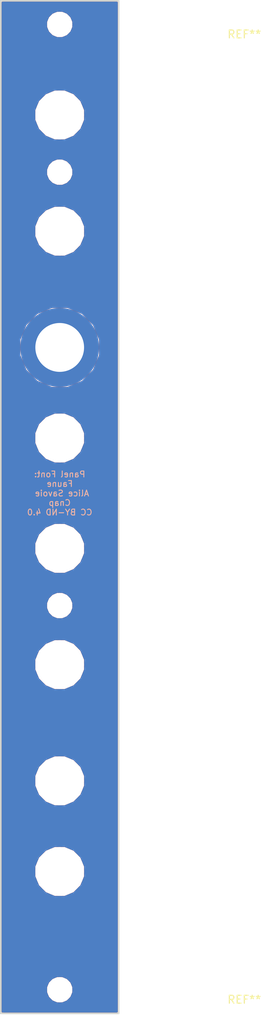
<source format=kicad_pcb>
(kicad_pcb (version 20171130) (host pcbnew "(2018-02-10 revision a04965c)-master")

  (general
    (thickness 1.6)
    (drawings 11)
    (tracks 0)
    (zones 0)
    (modules 13)
    (nets 1)
  )

  (page A4)
  (layers
    (0 F.Cu signal)
    (31 B.Cu signal)
    (32 B.Adhes user)
    (33 F.Adhes user)
    (34 B.Paste user)
    (35 F.Paste user)
    (36 B.SilkS user)
    (37 F.SilkS user)
    (38 B.Mask user)
    (39 F.Mask user)
    (40 Dwgs.User user)
    (41 Cmts.User user)
    (42 Eco1.User user)
    (43 Eco2.User user)
    (44 Edge.Cuts user)
    (45 Margin user)
    (46 B.CrtYd user)
    (47 F.CrtYd user)
    (48 B.Fab user)
    (49 F.Fab user)
  )

  (setup
    (last_trace_width 0.25)
    (trace_clearance 0)
    (zone_clearance 0)
    (zone_45_only no)
    (trace_min 0.2)
    (segment_width 0.2)
    (edge_width 0.15)
    (via_size 0.8)
    (via_drill 0.4)
    (via_min_size 0.4)
    (via_min_drill 0.3)
    (uvia_size 0.3)
    (uvia_drill 0.1)
    (uvias_allowed no)
    (uvia_min_size 0.2)
    (uvia_min_drill 0.1)
    (pcb_text_width 0.3)
    (pcb_text_size 1.5 1.5)
    (mod_edge_width 0.15)
    (mod_text_size 1 1)
    (mod_text_width 0.15)
    (pad_size 6.2 6.2)
    (pad_drill 6.2)
    (pad_to_mask_clearance -0.25)
    (aux_axis_origin 0 0)
    (visible_elements FEFFFF7F)
    (pcbplotparams
      (layerselection 0x010f0_ffffffff)
      (usegerberextensions true)
      (usegerberattributes false)
      (usegerberadvancedattributes false)
      (creategerberjobfile false)
      (excludeedgelayer true)
      (linewidth 0.100000)
      (plotframeref false)
      (viasonmask false)
      (mode 1)
      (useauxorigin false)
      (hpglpennumber 1)
      (hpglpenspeed 20)
      (hpglpendiameter 15)
      (psnegative false)
      (psa4output false)
      (plotreference false)
      (plotvalue false)
      (plotinvisibletext false)
      (padsonsilk false)
      (subtractmaskfromsilk false)
      (outputformat 1)
      (mirror false)
      (drillshape 0)
      (scaleselection 1)
      (outputdirectory "/Users/bmoren/Desktop/module developemnt/twotone/rev2_panel/gerbs/"))
  )

  (net 0 "")

  (net_class Default "This is the default net class."
    (clearance 0)
    (trace_width 0.25)
    (via_dia 0.8)
    (via_drill 0.4)
    (uvia_dia 0.3)
    (uvia_drill 0.1)
  )

  (module modular:twotone-panel-graphics-rev2 (layer F.Cu) (tedit 0) (tstamp 5AFC9501)
    (at 7.625 67)
    (fp_text reference G*** (at 0 0) (layer F.SilkS) hide
      (effects (font (size 1.524 1.524) (thickness 0.3)))
    )
    (fp_text value LOGO (at 0.75 0) (layer F.SilkS) hide
      (effects (font (size 1.524 1.524) (thickness 0.3)))
    )
    (fp_poly (pts (xy 7.3914 61.468) (xy -7.62 61.468) (xy -7.62 53.556641) (xy -6.245706 53.556641)
      (xy -6.233055 53.730617) (xy -6.198187 53.898901) (xy -6.141027 54.058875) (xy -6.111785 54.120183)
      (xy -6.049865 54.220854) (xy -5.972208 54.316093) (xy -5.884489 54.400017) (xy -5.792385 54.466746)
      (xy -5.75945 54.485321) (xy -5.613032 54.547261) (xy -5.458172 54.586446) (xy -5.298506 54.602463)
      (xy -5.13767 54.594901) (xy -5.006334 54.570533) (xy -4.874608 54.525021) (xy -4.756773 54.459268)
      (xy -4.654249 54.375165) (xy -4.568456 54.274599) (xy -4.500814 54.159459) (xy -4.452743 54.031633)
      (xy -4.425665 53.893009) (xy -4.419961 53.79085) (xy -4.420928 53.7352) (xy -4.423553 53.682973)
      (xy -4.427293 53.644576) (xy -4.427752 53.641625) (xy -4.435624 53.594) (xy -4.64437 53.594)
      (xy -4.652503 53.711475) (xy -4.671565 53.854047) (xy -4.707417 53.980935) (xy -4.759226 54.091015)
      (xy -4.826156 54.183162) (xy -4.907375 54.256251) (xy -5.002047 54.309159) (xy -5.109338 54.34076)
      (xy -5.120887 54.34273) (xy -5.217347 54.349033) (xy -5.303139 54.336294) (xy -5.375618 54.305405)
      (xy -5.432138 54.257257) (xy -5.450835 54.231534) (xy -5.464293 54.206924) (xy -5.472898 54.181012)
      (xy -5.477692 54.147359) (xy -5.479719 54.099529) (xy -5.48005 54.0512) (xy -5.478022 53.985057)
      (xy -5.471208 53.921428) (xy -5.458521 53.858067) (xy -5.438871 53.792727) (xy -5.411169 53.723162)
      (xy -5.374324 53.647125) (xy -5.327248 53.562371) (xy -5.311483 53.536529) (xy -3.893723 53.536529)
      (xy -3.893474 53.646493) (xy -3.887987 53.749796) (xy -3.877262 53.840139) (xy -3.86334 53.904431)
      (xy -3.808308 54.053437) (xy -3.734858 54.185393) (xy -3.643727 54.299928) (xy -3.535654 54.396671)
      (xy -3.411376 54.47525) (xy -3.27163 54.535296) (xy -3.117155 54.576438) (xy -2.948688 54.598304)
      (xy -2.766966 54.600525) (xy -2.572729 54.582729) (xy -2.5273 54.575916) (xy -2.423161 54.554432)
      (xy -2.3065 54.522356) (xy -2.186305 54.482611) (xy -2.07156 54.43812) (xy -1.989679 54.40105)
      (xy -1.795015 54.291595) (xy -1.612935 54.161281) (xy -1.44503 54.012146) (xy -1.292892 53.846231)
      (xy -1.158112 53.665573) (xy -1.042281 53.472211) (xy -1.024139 53.433367) (xy -0.452425 53.433367)
      (xy -0.441589 53.597841) (xy -0.412638 53.77629) (xy -0.365897 53.967145) (xy -0.301694 54.168836)
      (xy -0.220355 54.379794) (xy -0.21348 54.396164) (xy -0.149509 54.547636) (xy 0.003463 54.54015)
      (xy 0.240775 53.9877) (xy 0.322242 53.799062) (xy 0.395543 53.631697) (xy 0.461844 53.483251)
      (xy 0.522311 53.351372) (xy 0.578108 53.233708) (xy 0.630401 53.127907) (xy 0.680355 53.031616)
      (xy 0.729135 52.942482) (xy 0.777906 52.858154) (xy 0.827835 52.77628) (xy 0.880085 52.694505)
      (xy 0.885345 52.686453) (xy 0.973345 52.556861) (xy 1.057783 52.443489) (xy 1.14449 52.338959)
      (xy 1.239293 52.235891) (xy 1.250145 52.224658) (xy 1.372447 52.10691) (xy 1.489195 52.012283)
      (xy 1.602525 51.939692) (xy 1.714576 51.888052) (xy 1.827485 51.856277) (xy 1.943392 51.843281)
      (xy 2.001042 51.843406) (xy 2.062072 51.846773) (xy 2.10402 51.852364) (xy 2.133183 51.861435)
      (xy 2.154139 51.873934) (xy 2.201934 51.916847) (xy 2.229256 51.962411) (xy 2.240332 52.019119)
      (xy 2.241154 52.048749) (xy 2.238614 52.093024) (xy 2.230364 52.135129) (xy 2.214761 52.177211)
      (xy 2.190165 52.221416) (xy 2.154933 52.269891) (xy 2.107423 52.324782) (xy 2.045995 52.388235)
      (xy 1.969007 52.462398) (xy 1.874816 52.549416) (xy 1.820722 52.598447) (xy 1.680636 52.728128)
      (xy 1.560265 52.84714) (xy 1.457662 52.95808) (xy 1.370881 53.063542) (xy 1.297975 53.166122)
      (xy 1.236996 53.268414) (xy 1.185998 53.373015) (xy 1.143035 53.482519) (xy 1.131065 53.5178)
      (xy 1.102426 53.624124) (xy 1.082265 53.739194) (xy 1.070832 53.857115) (xy 1.068374 53.971995)
      (xy 1.075142 54.07794) (xy 1.091384 54.169058) (xy 1.102048 54.20421) (xy 1.154527 54.322823)
      (xy 1.219943 54.421884) (xy 1.297206 54.500352) (xy 1.385224 54.55719) (xy 1.482908 54.591356)
      (xy 1.514194 54.597068) (xy 1.552066 54.602786) (xy 1.577697 54.607027) (xy 1.584165 54.608415)
      (xy 1.590846 54.598744) (xy 1.60581 54.5717) (xy 1.626093 54.532687) (xy 1.630652 54.523676)
      (xy 1.674124 54.437353) (xy 1.614348 54.416122) (xy 1.571962 54.39671) (xy 1.535251 54.372691)
      (xy 1.524761 54.36316) (xy 1.49919 54.319331) (xy 1.487912 54.262815) (xy 1.491734 54.202447)
      (xy 1.505999 54.157762) (xy 1.535439 54.111604) (xy 1.586191 54.053351) (xy 1.657589 53.98364)
      (xy 1.748964 53.903107) (xy 1.85965 53.812386) (xy 1.910783 53.77214) (xy 2.049438 53.661853)
      (xy 2.168769 53.561626) (xy 2.170337 53.560208) (xy 3.01568 53.560208) (xy 3.022348 53.73113)
      (xy 3.048078 53.892275) (xy 3.054258 53.91785) (xy 3.10138 54.052608) (xy 3.170519 54.177061)
      (xy 3.259547 54.288781) (xy 3.366333 54.385342) (xy 3.488749 54.464316) (xy 3.565945 54.501053)
      (xy 3.701801 54.547126) (xy 3.853835 54.579576) (xy 4.01653 54.597989) (xy 4.184368 54.601948)
      (xy 4.35183 54.591038) (xy 4.486564 54.570396) (xy 4.644416 54.528674) (xy 4.785343 54.469463)
      (xy 4.908581 54.393374) (xy 5.013367 54.301018) (xy 5.098936 54.193007) (xy 5.164526 54.069952)
      (xy 5.187333 54.00979) (xy 5.204765 53.948156) (xy 5.219939 53.876598) (xy 5.231869 53.802184)
      (xy 5.239571 53.731982) (xy 5.242059 53.673061) (xy 5.239299 53.636912) (xy 5.231249 53.594)
      (xy 5.018056 53.594) (xy 5.00991 53.654325) (xy 4.979947 53.803884) (xy 4.933008 53.934893)
      (xy 4.869204 54.04718) (xy 4.788643 54.140573) (xy 4.691434 54.214902) (xy 4.635009 54.24564)
      (xy 4.555683 54.279977) (xy 4.47712 54.305107) (xy 4.392383 54.322554) (xy 4.294535 54.333845)
      (xy 4.21005 54.339114) (xy 4.136221 54.34189) (xy 4.080001 54.34194) (xy 4.03369 54.338711)
      (xy 3.989589 54.33165) (xy 3.939999 54.320204) (xy 3.937288 54.31952) (xy 3.839247 54.2881)
      (xy 3.762918 54.248186) (xy 3.705483 54.197867) (xy 3.664123 54.135237) (xy 3.663622 54.134217)
      (xy 3.645579 54.094139) (xy 3.635874 54.060274) (xy 3.632769 54.022416) (xy 3.634526 53.970365)
      (xy 3.634829 53.965216) (xy 3.639974 53.910401) (xy 3.649899 53.863626) (xy 3.667177 53.819873)
      (xy 3.694383 53.774125) (xy 3.734091 53.721363) (xy 3.788875 53.656572) (xy 3.799284 53.644672)
      (xy 3.943486 53.469859) (xy 4.063757 53.301458) (xy 4.0818 53.273496) (xy 4.113605 53.229566)
      (xy 4.141954 53.201995) (xy 4.156355 53.194913) (xy 4.177996 53.19266) (xy 4.220249 53.190003)
      (xy 4.27833 53.187182) (xy 4.34746 53.184433) (xy 4.4069 53.182464) (xy 4.635719 53.169936)
      (xy 4.843315 53.146603) (xy 5.031635 53.112066) (xy 5.202625 53.065924) (xy 5.358234 53.007777)
      (xy 5.437453 52.970793) (xy 5.585793 52.886038) (xy 5.712597 52.792064) (xy 5.817338 52.689695)
      (xy 5.89949 52.579753) (xy 5.958527 52.46306) (xy 5.993923 52.34044) (xy 6.005151 52.212714)
      (xy 5.995044 52.099221) (xy 5.963239 51.97832) (xy 5.91119 51.872743) (xy 5.838891 51.782484)
      (xy 5.746335 51.707537) (xy 5.633516 51.647899) (xy 5.500429 51.603562) (xy 5.379669 51.579155)
      (xy 5.200158 51.564019) (xy 5.015255 51.571801) (xy 4.827059 51.60115) (xy 4.637667 51.650713)
      (xy 4.449176 51.719137) (xy 4.263683 51.805071) (xy 4.083285 51.907161) (xy 3.91008 52.024056)
      (xy 3.746165 52.154403) (xy 3.593637 52.296849) (xy 3.454593 52.450042) (xy 3.33113 52.61263)
      (xy 3.225346 52.78326) (xy 3.139337 52.960579) (xy 3.106667 53.044932) (xy 3.058176 53.211493)
      (xy 3.027734 53.385124) (xy 3.01568 53.560208) (xy 2.170337 53.560208) (xy 2.271453 53.468822)
      (xy 2.360164 53.380803) (xy 2.437577 53.294933) (xy 2.506368 53.208574) (xy 2.561647 53.13045)
      (xy 2.647979 52.982674) (xy 2.71955 52.821085) (xy 2.772883 52.654291) (xy 2.795164 52.5526)
      (xy 2.805297 52.475695) (xy 2.811029 52.38832) (xy 2.812443 52.297354) (xy 2.809622 52.209675)
      (xy 2.802646 52.132162) (xy 2.791599 52.071695) (xy 2.789335 52.06365) (xy 2.739812 51.93843)
      (xy 2.672239 51.830612) (xy 2.587075 51.740774) (xy 2.484783 51.669498) (xy 2.469708 51.661341)
      (xy 2.39709 51.626195) (xy 2.32943 51.600898) (xy 2.260087 51.584063) (xy 2.182419 51.574303)
      (xy 2.089783 51.570229) (xy 2.032 51.569903) (xy 1.954852 51.570696) (xy 1.896114 51.573002)
      (xy 1.848807 51.577645) (xy 1.80595 51.585449) (xy 1.760563 51.597239) (xy 1.734176 51.605057)
      (xy 1.569849 51.668121) (xy 1.411891 51.755378) (xy 1.261094 51.866238) (xy 1.118252 52.000114)
      (xy 0.984158 52.156416) (xy 0.974935 52.168425) (xy 0.93937 52.214531) (xy 0.909585 52.252136)
      (xy 0.888795 52.277249) (xy 0.880299 52.2859) (xy 0.8789 52.27431) (xy 0.879876 52.243718)
      (xy 0.883002 52.200388) (xy 0.883586 52.193797) (xy 0.88456 52.083988) (xy 0.87005 51.968641)
      (xy 0.841822 51.860865) (xy 0.836898 51.847186) (xy 0.808908 51.792701) (xy 0.766061 51.732616)
      (xy 0.714795 51.674322) (xy 0.661547 51.625209) (xy 0.617173 51.594925) (xy 0.586717 51.58014)
      (xy 0.56563 51.577586) (xy 0.54104 51.587223) (xy 0.52705 51.594638) (xy 0.498913 51.611855)
      (xy 0.483559 51.625268) (xy 0.4826 51.627662) (xy 0.488545 51.643261) (xy 0.503507 51.671816)
      (xy 0.511154 51.685099) (xy 0.530368 51.728243) (xy 0.538487 51.778562) (xy 0.539197 51.80965)
      (xy 0.536056 51.857215) (xy 0.525904 51.900885) (xy 0.506627 51.943486) (xy 0.476113 51.98785)
      (xy 0.432248 52.036806) (xy 0.372919 52.093182) (xy 0.296013 52.159808) (xy 0.24765 52.200042)
      (xy 0.099154 52.32726) (xy -0.027628 52.447136) (xy -0.134355 52.56227) (xy -0.222687 52.67526)
      (xy -0.294286 52.788707) (xy -0.350809 52.90521) (xy -0.393917 53.027368) (xy -0.42527 53.157779)
      (xy -0.444819 53.284437) (xy -0.452425 53.433367) (xy -1.024139 53.433367) (xy -0.946989 53.268184)
      (xy -0.873829 53.055531) (xy -0.842643 52.931255) (xy -0.832963 52.878273) (xy -0.826177 52.819223)
      (xy -0.821914 52.748774) (xy -0.819802 52.661596) (xy -0.819412 52.59705) (xy -0.819665 52.511295)
      (xy -0.820963 52.445566) (xy -0.823778 52.394496) (xy -0.828585 52.352717) (xy -0.835856 52.314861)
      (xy -0.846064 52.275563) (xy -0.848511 52.267019) (xy -0.903101 52.11645) (xy -0.97459 51.984378)
      (xy -1.063472 51.870357) (xy -1.170239 51.773946) (xy -1.295384 51.694701) (xy -1.439398 51.632179)
      (xy -1.602776 51.585936) (xy -1.60655 51.585108) (xy -1.66951 51.575769) (xy -1.751214 51.570136)
      (xy -1.8453 51.568078) (xy -1.945404 51.569469) (xy -2.045161 51.574177) (xy -2.138209 51.582076)
      (xy -2.218183 51.593036) (xy -2.243943 51.598003) (xy -2.458775 51.65673) (xy -2.665601 51.738659)
      (xy -2.862622 51.842366) (xy -3.048039 51.966423) (xy -3.220053 52.109403) (xy -3.376865 52.269881)
      (xy -3.516675 52.446428) (xy -3.637685 52.637619) (xy -3.696035 52.74945) (xy -3.780719 52.94711)
      (xy -3.843151 53.145532) (xy -3.863077 53.229657) (xy -3.878522 53.321813) (xy -3.888738 53.426203)
      (xy -3.893723 53.536529) (xy -5.311483 53.536529) (xy -5.268852 53.466653) (xy -5.198045 53.357725)
      (xy -5.113738 53.233342) (xy -5.014842 53.091255) (xy -5.01364 53.089544) (xy -4.895055 52.917591)
      (xy -4.792429 52.761558) (xy -4.704384 52.6188) (xy -4.629543 52.486671) (xy -4.56653 52.362527)
      (xy -4.513967 52.243723) (xy -4.470477 52.127613) (xy -4.434684 52.011553) (xy -4.416987 51.94355)
      (xy -4.388977 51.8287) (xy -3.7846 51.8287) (xy -3.7846 51.5874) (xy -4.073525 51.587298)
      (xy -4.36245 51.587197) (xy -4.363997 51.450773) (xy -4.367474 51.369807) (xy -4.375375 51.292196)
      (xy -4.386595 51.228596) (xy -4.387352 51.22545) (xy -4.412296 51.144054) (xy -4.446752 51.059597)
      (xy -4.487258 50.978904) (xy -4.530354 50.908799) (xy -4.572576 50.856107) (xy -4.576862 50.85182)
      (xy -4.634502 50.795691) (xy -4.685801 50.818824) (xy -4.71666 50.834326) (xy -4.734711 50.846466)
      (xy -4.736686 50.849553) (xy -4.732556 50.864754) (xy -4.722298 50.896247) (xy -4.7117 50.927)
      (xy -4.691086 51.018712) (xy -4.687445 51.122503) (xy -4.699707 51.232573) (xy -4.726802 51.343121)
      (xy -4.767663 51.448347) (xy -4.821219 51.54245) (xy -4.826577 51.550109) (xy -4.85313 51.5874)
      (xy -5.588 51.5874) (xy -5.588 51.8287) (xy -5.333251 51.8287) (xy -5.238354 51.8292)
      (xy -5.167557 51.830747) (xy -5.11958 51.833414) (xy -5.093142 51.837271) (xy -5.086962 51.842389)
      (xy -5.086971 51.842404) (xy -5.098672 51.853874) (xy -5.127337 51.87922) (xy -5.170317 51.916181)
      (xy -5.224961 51.962497) (xy -5.28862 52.015907) (xy -5.357596 52.073282) (xy -5.498055 52.191699)
      (xy -5.619286 52.298672) (xy -5.72341 52.396517) (xy -5.81255 52.487546) (xy -5.888828 52.574075)
      (xy -5.954368 52.658417) (xy -6.01129 52.742886) (xy -6.061719 52.829798) (xy -6.075648 52.856209)
      (xy -6.151112 53.026757) (xy -6.20466 53.202092) (xy -6.236216 53.379593) (xy -6.245706 53.556641)
      (xy -7.62 53.556641) (xy -7.62 44.19754) (xy -7.0104 44.19754) (xy -7.008475 44.220395)
      (xy -6.998015 44.230972) (xy -6.971996 44.23397) (xy -6.955744 44.2341) (xy -6.891483 44.244838)
      (xy -6.821632 44.274948) (xy -6.752335 44.321274) (xy -6.707467 44.361642) (xy -6.672376 44.39741)
      (xy -6.647548 44.425955) (xy -6.632947 44.451757) (xy -6.628534 44.479299) (xy -6.634273 44.513063)
      (xy -6.650128 44.557531) (xy -6.676061 44.617184) (xy -6.704835 44.680608) (xy -6.734284 44.745947)
      (xy -6.759668 44.803066) (xy -6.779269 44.848036) (xy -6.791371 44.876929) (xy -6.794501 44.885793)
      (xy -6.78426 44.893567) (xy -6.759077 44.907465) (xy -6.727256 44.923378) (xy -6.697104 44.937203)
      (xy -6.676926 44.944832) (xy -6.674125 44.9453) (xy -6.668193 44.934423) (xy -6.654124 44.904792)
      (xy -6.634009 44.8609) (xy -6.609935 44.807244) (xy -6.609357 44.805943) (xy -6.584867 44.753048)
      (xy -6.563469 44.710936) (xy -6.547407 44.68375) (xy -6.538929 44.675634) (xy -6.538777 44.675768)
      (xy -6.532749 44.690498) (xy -6.521453 44.725587) (xy -6.506146 44.776849) (xy -6.488085 44.840095)
      (xy -6.472436 44.896731) (xy -6.449992 44.976211) (xy -6.426002 45.056222) (xy -6.402685 45.129678)
      (xy -6.382261 45.189494) (xy -6.373112 45.213893) (xy -6.303482 45.358393) (xy -6.215719 45.486244)
      (xy -6.110847 45.596158) (xy -6.004677 45.677377) (xy -5.896804 45.740693) (xy -5.79529 45.783882)
      (xy -5.693842 45.808841) (xy -5.586165 45.817464) (xy -5.541753 45.816833) (xy -5.478678 45.81313)
      (xy -5.430776 45.805964) (xy -5.387853 45.793115) (xy -5.34162 45.773258) (xy -5.242705 45.713257)
      (xy -5.156573 45.63304) (xy -5.085519 45.535526) (xy -5.031839 45.423634) (xy -5.008754 45.350142)
      (xy -4.993715 45.243546) (xy -5.002717 45.140382) (xy -5.03441 45.043442) (xy -5.087442 44.955517)
      (xy -5.160463 44.879398) (xy -5.252122 44.817878) (xy -5.270917 44.808367) (xy -5.325214 44.782935)
      (xy -5.361901 44.769294) (xy -5.385972 44.767654) (xy -5.402421 44.77822) (xy -5.416243 44.8012)
      (xy -5.422494 44.814665) (xy -5.446647 44.868181) (xy -5.377789 44.907578) (xy -5.311185 44.952719)
      (xy -5.249985 45.007037) (xy -5.200801 45.064052) (xy -5.17496 45.106379) (xy -5.150695 45.182322)
      (xy -5.145747 45.26198) (xy -5.159351 45.338834) (xy -5.19074 45.406367) (xy -5.213662 45.435452)
      (xy -5.242948 45.462624) (xy -5.270854 45.475252) (xy -5.309836 45.478562) (xy -5.31645 45.47858)
      (xy -5.370777 45.472561) (xy -5.424008 45.453693) (xy -5.477662 45.420444) (xy -5.533261 45.371283)
      (xy -5.592326 45.304676) (xy -5.656379 45.219092) (xy -5.72694 45.112997) (xy -5.804027 44.987385)
      (xy -5.891718 44.843326) (xy -5.970958 44.720224) (xy -6.043507 44.61578) (xy -6.111131 44.527695)
      (xy -6.175591 44.453672) (xy -6.238652 44.391411) (xy -6.301175 44.3393) (xy -6.333784 44.312118)
      (xy -6.356091 44.289097) (xy -6.3627 44.277258) (xy -6.357577 44.260291) (xy -6.343664 44.225623)
      (xy -6.323142 44.17846) (xy -6.300566 44.129073) (xy -6.268548 44.060537) (xy -6.246507 44.011352)
      (xy -6.234096 43.977659) (xy -6.230967 43.955602) (xy -6.236775 43.941323) (xy -6.251172 43.930965)
      (xy -6.273812 43.920671) (xy -6.281528 43.917299) (xy -6.315904 43.902987) (xy -6.339135 43.895003)
      (xy -6.344742 43.894408) (xy -6.351004 43.90663) (xy -6.365656 43.937598) (xy -6.386645 43.982906)
      (xy -6.411915 44.038145) (xy -6.417366 44.050137) (xy -6.448754 44.116215) (xy -6.474696 44.164574)
      (xy -6.493956 44.193074) (xy -6.503962 44.200114) (xy -6.523858 44.194239) (xy -6.559388 44.180953)
      (xy -6.60295 44.163102) (xy -6.604 44.162654) (xy -6.64949 44.144965) (xy -6.690486 44.134222)
      (xy -6.736488 44.128747) (xy -6.797 44.126863) (xy -6.8072 44.12679) (xy -6.888307 44.12891)
      (xy -6.946831 44.136801) (xy -6.985103 44.151273) (xy -7.005453 44.173138) (xy -7.0104 44.19754)
      (xy -7.62 44.19754) (xy -7.62 43.316712) (xy -5.976448 43.316712) (xy -5.971157 43.430566)
      (xy -5.958078 43.534861) (xy -5.94723 43.5864) (xy -5.892196 43.757788) (xy -5.816738 43.918075)
      (xy -5.722522 44.065077) (xy -5.611216 44.196611) (xy -5.484486 44.310494) (xy -5.343999 44.404543)
      (xy -5.307408 44.424448) (xy -5.22318 44.464861) (xy -5.149873 44.491172) (xy -5.078837 44.505469)
      (xy -5.001423 44.509844) (xy -4.957553 44.50896) (xy -4.894365 44.505115) (xy -4.846274 44.497795)
      (xy -4.803004 44.484738) (xy -4.756572 44.464761) (xy -4.661149 44.406522) (xy -4.575022 44.326783)
      (xy -4.499644 44.2282) (xy -4.436471 44.113431) (xy -4.386955 43.985136) (xy -4.352552 43.845972)
      (xy -4.334714 43.698596) (xy -4.33439 43.693014) (xy -4.337043 43.517049) (xy -4.364827 43.34402)
      (xy -4.417805 43.173634) (xy -4.479035 43.03774) (xy -4.560762 42.899974) (xy -4.656666 42.775096)
      (xy -4.764161 42.665132) (xy -4.880661 42.572109) (xy -5.003579 42.498053) (xy -5.130328 42.444991)
      (xy -5.258322 42.414951) (xy -5.27685 42.412624) (xy -5.38777 42.412437) (xy -5.493891 42.436129)
      (xy -5.593733 42.482397) (xy -5.685818 42.549936) (xy -5.768667 42.637443) (xy -5.840801 42.743615)
      (xy -5.900742 42.867149) (xy -5.945799 43.0022) (xy -5.963748 43.094088) (xy -5.973972 43.201739)
      (xy -5.976448 43.316712) (xy -7.62 43.316712) (xy -7.62 41.487938) (xy -5.2578 41.487938)
      (xy -5.255764 41.509438) (xy -5.245046 41.519538) (xy -5.218736 41.522504) (xy -5.201582 41.52265)
      (xy -5.138683 41.534279) (xy -5.086167 41.569031) (xy -5.050663 41.615356) (xy -5.038945 41.6417)
      (xy -5.022645 41.686919) (xy -5.003667 41.745333) (xy -4.983916 41.811257) (xy -4.977854 41.832612)
      (xy -4.942953 41.948777) (xy -4.908337 42.044866) (xy -4.871715 42.126069) (xy -4.830797 42.19758)
      (xy -4.792718 42.252247) (xy -4.703476 42.349997) (xy -4.594523 42.432661) (xy -4.466878 42.499833)
      (xy -4.32156 42.551106) (xy -4.159588 42.586072) (xy -3.98198 42.604327) (xy -3.90438 42.606893)
      (xy -3.789209 42.6085) (xy -3.769855 42.567634) (xy -3.750502 42.526769) (xy -3.988778 42.266009)
      (xy -4.104027 42.138938) (xy -4.203339 42.027179) (xy -4.288774 41.928124) (xy -4.362397 41.839163)
      (xy -4.426268 41.757686) (xy -4.48245 41.681087) (xy -4.533004 41.606754) (xy -4.579994 41.53208)
      (xy -4.612982 41.476284) (xy -4.68582 41.338455) (xy -4.738398 41.211451) (xy -4.771713 41.092193)
      (xy -4.786762 40.977604) (xy -4.7879 40.936258) (xy -4.781457 40.84078) (xy -4.762769 40.761834)
      (xy -4.7328 40.701163) (xy -4.692513 40.660508) (xy -4.642872 40.641611) (xy -4.624263 40.64045)
      (xy -4.584201 40.644707) (xy -4.549149 40.658209) (xy -4.517501 40.683316) (xy -4.487654 40.722389)
      (xy -4.458003 40.777789) (xy -4.426943 40.851876) (xy -4.392869 40.947012) (xy -4.37098 41.013114)
      (xy -4.329824 41.135506) (xy -4.292032 41.237333) (xy -4.255644 41.322866) (xy -4.218699 41.396377)
      (xy -4.179237 41.462136) (xy -4.137909 41.52095) (xy -4.054645 41.615868) (xy -3.957094 41.696044)
      (xy -3.840326 41.765471) (xy -3.82905 41.771157) (xy -3.729493 41.811104) (xy -3.633621 41.830831)
      (xy -3.545313 41.829711) (xy -3.510333 41.822582) (xy -3.455749 41.800532) (xy -3.402064 41.766785)
      (xy -3.357772 41.727473) (xy -3.334556 41.695656) (xy -3.324064 41.671847) (xy -3.324583 41.653254)
      (xy -3.338203 41.630371) (xy -3.35315 41.61111) (xy -3.374729 41.5866) (xy -3.388393 41.576164)
      (xy -3.3909 41.57824) (xy -3.401506 41.595043) (xy -3.427561 41.61476) (xy -3.460423 41.632254)
      (xy -3.491452 41.642392) (xy -3.500313 41.643252) (xy -3.538794 41.631567) (xy -3.577158 41.599288)
      (xy -3.610553 41.550779) (xy -3.616589 41.538706) (xy -3.628695 41.506987) (xy -3.644714 41.456505)
      (xy -3.66288 41.393252) (xy -3.681426 41.323222) (xy -3.688729 41.293948) (xy -3.719171 41.1741)
      (xy -3.747162 41.074583) (xy -3.774298 40.990652) (xy -3.802175 40.917562) (xy -3.83239 40.850568)
      (xy -3.848818 40.817977) (xy -3.930674 40.685815) (xy -4.028966 40.572846) (xy -4.14473 40.478069)
      (xy -4.279 40.400478) (xy -4.2799 40.400045) (xy -4.328842 40.377572) (xy -4.367408 40.363951)
      (xy -4.405581 40.357006) (xy -4.453347 40.354558) (xy -4.48945 40.354341) (xy -4.550023 40.355568)
      (xy -4.593458 40.360092) (xy -4.627949 40.369346) (xy -4.6609 40.384352) (xy -4.739449 40.438976)
      (xy -4.808714 40.513516) (xy -4.866531 40.603509) (xy -4.91074 40.70449) (xy -4.939176 40.811996)
      (xy -4.949679 40.921562) (xy -4.947504 40.976) (xy -4.933268 41.079314) (xy -4.908179 41.177721)
      (xy -4.869575 41.280508) (xy -4.843967 41.337307) (xy -4.821136 41.387091) (xy -4.80373 41.427699)
      (xy -4.793816 41.45414) (xy -4.792516 41.461648) (xy -4.805385 41.458982) (xy -4.831406 41.446324)
      (xy -4.840275 41.44126) (xy -4.895124 41.415847) (xy -4.95973 41.396147) (xy -5.024163 41.384466)
      (xy -5.078495 41.38311) (xy -5.08635 41.384126) (xy -5.12882 41.39515) (xy -5.177488 41.413489)
      (xy -5.197475 41.4228) (xy -5.234063 41.443631) (xy -5.252284 41.4621) (xy -5.257737 41.484252)
      (xy -5.2578 41.487938) (xy -7.62 41.487938) (xy -7.62 39.346959) (xy -4.188713 39.346959)
      (xy -4.184112 39.506236) (xy -4.162158 39.668082) (xy -4.122711 39.829709) (xy -4.065634 39.988328)
      (xy -4.025893 40.07485) (xy -3.945532 40.217645) (xy -3.856766 40.338474) (xy -3.757032 40.440091)
      (xy -3.643766 40.525248) (xy -3.56235 40.572719) (xy -3.447765 40.623193) (xy -3.33357 40.654421)
      (xy -3.223432 40.665961) (xy -3.12102 40.657368) (xy -3.045851 40.635183) (xy -2.946941 40.583528)
      (xy -2.859017 40.513668) (xy -2.780276 40.423698) (xy -2.708917 40.311709) (xy -2.671839 40.23936)
      (xy -2.618279 40.106182) (xy -2.58701 39.978905) (xy -2.577955 39.85882) (xy -2.591035 39.747217)
      (xy -2.626174 39.645387) (xy -2.683292 39.554622) (xy -2.715254 39.518638) (xy -2.790294 39.453221)
      (xy -2.870962 39.402336) (xy -2.914081 39.382916) (xy -2.934535 39.377145) (xy -2.948326 39.382555)
      (xy -2.961402 39.403836) (xy -2.972624 39.42907) (xy -2.986358 39.463019) (xy -2.993888 39.485467)
      (xy -2.994345 39.490389) (xy -2.982775 39.498277) (xy -2.956624 39.515988) (xy -2.932495 39.532296)
      (xy -2.848442 39.601948) (xy -2.787746 39.681538) (xy -2.750426 39.770976) (xy -2.736504 39.870173)
      (xy -2.746 39.97904) (xy -2.778933 40.097485) (xy -2.795461 40.139894) (xy -2.839499 40.226592)
      (xy -2.891117 40.295736) (xy -2.948091 40.345603) (xy -3.008198 40.37447) (xy -3.069214 40.380615)
      (xy -3.098646 40.374846) (xy -3.14101 40.358208) (xy -3.177728 40.333582) (xy -3.211989 40.297327)
      (xy -3.246985 40.245804) (xy -3.285905 40.17537) (xy -3.302982 40.141699) (xy -3.334866 40.079336)
      (xy -3.366603 40.02002) (xy -3.394638 39.97023) (xy -3.415418 39.936445) (xy -3.416374 39.935043)
      (xy -3.454027 39.880316) (xy -3.420987 39.806133) (xy -3.383921 39.717288) (xy -3.347207 39.619306)
      (xy -3.313947 39.521138) (xy -3.287247 39.431734) (xy -3.276367 39.38905) (xy -3.251419 39.246627)
      (xy -3.244338 39.112979) (xy -3.25434 38.989779) (xy -3.280642 38.878701) (xy -3.322459 38.781418)
      (xy -3.379008 38.699605) (xy -3.449505 38.634935) (xy -3.533168 38.589082) (xy -3.629212 38.56372)
      (xy -3.664461 38.560067) (xy -3.746175 38.561871) (xy -3.81703 38.58059) (xy -3.882654 38.618667)
      (xy -3.948673 38.678542) (xy -3.956329 38.686702) (xy -4.036392 38.791308) (xy -4.099802 38.912426)
      (xy -4.146419 39.047265) (xy -4.176103 39.193039) (xy -4.188713 39.346959) (xy -7.62 39.346959)
      (xy -7.62 31.94685) (xy -5.110499 31.94685) (xy -5.107394 32.16565) (xy -5.09755 32.366545)
      (xy -5.080171 32.556324) (xy -5.054462 32.741776) (xy -5.019627 32.92969) (xy -4.974871 33.126856)
      (xy -4.969904 33.147) (xy -4.872572 33.487207) (xy -4.752263 33.817502) (xy -4.609782 34.136895)
      (xy -4.445933 34.444397) (xy -4.261521 34.739019) (xy -4.057349 35.019772) (xy -3.834223 35.285668)
      (xy -3.592946 35.535716) (xy -3.334323 35.768929) (xy -3.059158 35.984317) (xy -2.768255 36.180891)
      (xy -2.46242 36.357662) (xy -2.286 36.447118) (xy -1.969708 36.586986) (xy -1.648552 36.703333)
      (xy -1.320385 36.796736) (xy -0.983059 36.867773) (xy -0.634426 36.917024) (xy -0.48895 36.930952)
      (xy -0.422765 36.934746) (xy -0.336628 36.937135) (xy -0.235944 36.938192) (xy -0.126119 36.93799)
      (xy -0.012558 36.936602) (xy 0.099334 36.934102) (xy 0.204151 36.930563) (xy 0.296489 36.926059)
      (xy 0.370942 36.920663) (xy 0.38735 36.919055) (xy 0.586729 36.893201) (xy 0.795893 36.857299)
      (xy 1.006595 36.813117) (xy 1.210589 36.762423) (xy 1.399629 36.706985) (xy 1.443861 36.6925)
      (xy 1.746577 36.579887) (xy 2.044497 36.447229) (xy 2.332973 36.296937) (xy 2.607354 36.131423)
      (xy 2.847707 35.96453) (xy 3.126676 35.741504) (xy 3.38776 35.501396) (xy 3.630092 35.245228)
      (xy 3.852804 34.974019) (xy 4.055031 34.68879) (xy 4.235906 34.390563) (xy 4.323367 34.2265)
      (xy 4.46123 33.935867) (xy 4.57753 33.6474) (xy 4.673728 33.356278) (xy 4.751284 33.057682)
      (xy 4.811659 32.74679) (xy 4.846957 32.4993) (xy 4.854874 32.42533) (xy 4.860882 32.346488)
      (xy 4.865161 32.258364) (xy 4.867891 32.156549) (xy 4.869252 32.036634) (xy 4.869487 31.94685)
      (xy 4.868528 31.793354) (xy 4.865306 31.65908) (xy 4.859308 31.537911) (xy 4.850019 31.423726)
      (xy 4.836922 31.310409) (xy 4.819503 31.191842) (xy 4.797248 31.061906) (xy 4.793048 31.0388)
      (xy 4.717601 30.696526) (xy 4.618215 30.361528) (xy 4.495608 30.034988) (xy 4.3505 29.718089)
      (xy 4.183609 29.412015) (xy 3.995654 29.117949) (xy 3.787354 28.837073) (xy 3.559428 28.570571)
      (xy 3.312595 28.319625) (xy 3.047574 28.085418) (xy 2.951238 28.008078) (xy 2.666698 27.801218)
      (xy 2.552362 27.729902) (xy 4.777594 27.729902) (xy 4.796278 27.837899) (xy 4.836531 27.939506)
      (xy 4.898153 28.0328) (xy 4.980945 28.115858) (xy 5.084707 28.186755) (xy 5.123002 28.206902)
      (xy 5.231142 28.248426) (xy 5.335976 28.264847) (xy 5.437972 28.256179) (xy 5.5376 28.222435)
      (xy 5.54355 28.219595) (xy 5.625956 28.167521) (xy 5.701733 28.096734) (xy 5.764034 28.013918)
      (xy 5.776923 27.991712) (xy 5.814544 27.922774) (xy 5.761892 27.889494) (xy 5.709241 27.856213)
      (xy 5.661274 27.920052) (xy 5.591422 27.997603) (xy 5.512681 28.058184) (xy 5.430354 28.097776)
      (xy 5.424142 28.099799) (xy 5.376129 28.112491) (xy 5.336641 28.115192) (xy 5.291217 28.108723)
      (xy 5.285909 28.107628) (xy 5.207051 28.082379) (xy 5.144529 28.044165) (xy 5.104139 27.99848)
      (xy 5.08442 27.953665) (xy 5.083077 27.90874) (xy 5.100218 27.855954) (xy 5.106325 27.842838)
      (xy 5.140425 27.788879) (xy 5.190878 27.735544) (xy 5.259212 27.681836) (xy 5.346957 27.626753)
      (xy 5.45564 27.569297) (xy 5.586791 27.508468) (xy 5.67641 27.47014) (xy 5.849624 27.393869)
      (xy 5.99944 27.318979) (xy 6.12774 27.244373) (xy 6.236404 27.168952) (xy 6.327314 27.091619)
      (xy 6.330564 27.088513) (xy 6.40773 27.014414) (xy 6.559613 27.108982) (xy 6.615034 27.142767)
      (xy 6.663035 27.170674) (xy 6.69943 27.19037) (xy 6.720032 27.199522) (xy 6.722697 27.199817)
      (xy 6.735305 27.187483) (xy 6.754481 27.160477) (xy 6.764534 27.144207) (xy 6.79517 27.092331)
      (xy 6.648785 27.000952) (xy 6.595314 26.967069) (xy 6.550596 26.937772) (xy 6.518574 26.915718)
      (xy 6.50319 26.903563) (xy 6.5024 26.902316) (xy 6.508543 26.888384) (xy 6.524414 26.859955)
      (xy 6.540343 26.833392) (xy 6.59366 26.726388) (xy 6.622269 26.617923) (xy 6.627377 26.515445)
      (xy 6.624508 26.468408) (xy 6.620923 26.432225) (xy 6.617311 26.413507) (xy 6.616651 26.412446)
      (xy 6.600857 26.405685) (xy 6.575425 26.398494) (xy 6.550378 26.395273) (xy 6.541382 26.405792)
      (xy 6.5405 26.419614) (xy 6.530161 26.468676) (xy 6.501905 26.525211) (xy 6.45987 26.584098)
      (xy 6.408195 26.640212) (xy 6.351019 26.688433) (xy 6.296342 26.721798) (xy 6.241155 26.74861)
      (xy 6.052378 26.631127) (xy 5.982734 26.587734) (xy 5.93136 26.556761) (xy 5.894662 26.537705)
      (xy 5.869046 26.530059) (xy 5.850916 26.533318) (xy 5.836678 26.546978) (xy 5.822737 26.570532)
      (xy 5.808988 26.596911) (xy 5.799581 26.617328) (xy 5.800678 26.631785) (xy 5.815949 26.64657)
      (xy 5.84906 26.667972) (xy 5.851231 26.669317) (xy 5.922148 26.713465) (xy 5.97376 26.746293)
      (xy 6.008514 26.769595) (xy 6.028859 26.785165) (xy 6.037242 26.794796) (xy 6.036111 26.800283)
      (xy 6.03246 26.802135) (xy 6.013768 26.806098) (xy 5.97472 26.812589) (xy 5.920146 26.820865)
      (xy 5.854878 26.83018) (xy 5.8166 26.835419) (xy 5.656141 26.860074) (xy 5.517784 26.888369)
      (xy 5.39834 26.921602) (xy 5.294621 26.96107) (xy 5.203436 27.008067) (xy 5.121596 27.063892)
      (xy 5.045913 27.12984) (xy 5.014677 27.161412) (xy 4.922528 27.272499) (xy 4.852945 27.386815)
      (xy 4.805728 27.502437) (xy 4.780677 27.61744) (xy 4.777594 27.729902) (xy 2.552362 27.729902)
      (xy 2.37014 27.616244) (xy 2.062846 27.453404) (xy 1.746095 27.312944) (xy 1.421171 27.195111)
      (xy 1.089356 27.100152) (xy 0.75193 27.028315) (xy 0.410175 26.979845) (xy 0.065374 26.95499)
      (xy -0.281193 26.953997) (xy -0.628243 26.977113) (xy -0.974495 27.024585) (xy -1.318667 27.09666)
      (xy -1.5113 27.148232) (xy -1.84472 27.257673) (xy -2.167322 27.389555) (xy -2.478195 27.542927)
      (xy -2.776426 27.716841) (xy -3.061104 27.910348) (xy -3.331315 28.122498) (xy -3.586148 28.352343)
      (xy -3.824691 28.598932) (xy -4.046031 28.861317) (xy -4.249255 29.138549) (xy -4.433452 29.429679)
      (xy -4.597709 29.733757) (xy -4.741115 30.049834) (xy -4.862755 30.376961) (xy -4.96172 30.714189)
      (xy -4.969904 30.7467) (xy -5.015679 30.945141) (xy -5.051454 31.133664) (xy -5.078025 31.319057)
      (xy -5.096188 31.50811) (xy -5.106738 31.707611) (xy -5.11047 31.92435) (xy -5.110499 31.94685)
      (xy -7.62 31.94685) (xy -7.62 26.484024) (xy 2.863568 26.484024) (xy 2.866778 26.587451)
      (xy 2.891723 26.68738) (xy 2.938273 26.781307) (xy 3.006301 26.866725) (xy 3.095678 26.941129)
      (xy 3.115041 26.953801) (xy 3.187283 26.99691) (xy 3.248205 27.026356) (xy 3.306128 27.044585)
      (xy 3.369372 27.054042) (xy 3.446258 27.057171) (xy 3.4671 27.057252) (xy 3.533177 27.056635)
      (xy 3.581766 27.054025) (xy 3.620767 27.048133) (xy 3.658083 27.037669) (xy 3.701615 27.021342)
      (xy 3.711575 27.017336) (xy 3.756338 26.999419) (xy 3.790411 26.986149) (xy 3.808366 26.979624)
      (xy 3.809839 26.979333) (xy 3.804489 26.990641) (xy 3.790637 27.018498) (xy 3.771739 27.055964)
      (xy 3.740937 27.137626) (xy 3.734335 27.216036) (xy 3.751831 27.295329) (xy 3.765089 27.327225)
      (xy 3.785341 27.366345) (xy 3.802662 27.386702) (xy 3.822128 27.393636) (xy 3.828465 27.3939)
      (xy 3.84943 27.391145) (xy 3.858645 27.378073) (xy 3.860793 27.347468) (xy 3.8608 27.344074)
      (xy 3.872854 27.288915) (xy 3.906856 27.24122) (xy 3.95956 27.205201) (xy 3.971877 27.199842)
      (xy 4.002393 27.191083) (xy 4.051708 27.180766) (xy 4.113372 27.170095) (xy 4.180934 27.160274)
      (xy 4.191 27.158971) (xy 4.320076 27.140371) (xy 4.428242 27.119479) (xy 4.519976 27.094813)
      (xy 4.599754 27.064893) (xy 4.672053 27.028237) (xy 4.74135 26.983364) (xy 4.757566 26.971554)
      (xy 4.846712 26.89057) (xy 4.927631 26.786594) (xy 4.999717 26.660861) (xy 5.062365 26.51461)
      (xy 5.114972 26.349076) (xy 5.156932 26.165496) (xy 5.160189 26.148) (xy 5.17784 26.051451)
      (xy 5.13672 26.029306) (xy 5.095601 26.007162) (xy 4.709975 26.279619) (xy 4.574765 26.374933)
      (xy 4.457952 26.456739) (xy 4.357373 26.526447) (xy 4.270867 26.585467) (xy 4.196273 26.635209)
      (xy 4.131429 26.677082) (xy 4.074173 26.712497) (xy 4.022345 26.742863) (xy 3.973782 26.769591)
      (xy 3.926322 26.79409) (xy 3.90525 26.804519) (xy 3.768023 26.86403) (xy 3.64236 26.902798)
      (xy 3.528812 26.920797) (xy 3.427932 26.918) (xy 3.340272 26.894381) (xy 3.266383 26.849915)
      (xy 3.250088 26.8355) (xy 3.208551 26.784137) (xy 3.1918 26.730932) (xy 3.199256 26.672751)
      (xy 3.21345 26.637526) (xy 3.236746 26.597663) (xy 3.266946 26.563049) (xy 3.306964 26.532152)
      (xy 3.359715 26.503441) (xy 3.428114 26.475383) (xy 3.515075 26.446448) (xy 3.623513 26.415101)
      (xy 3.650734 26.407677) (xy 3.803144 26.362582) (xy 3.933151 26.315099) (xy 4.043749 26.263385)
      (xy 4.137928 26.205596) (xy 4.218682 26.139891) (xy 4.289002 26.064424) (xy 4.35188 25.977354)
      (xy 4.353608 25.97466) (xy 4.402745 25.879743) (xy 4.426832 25.787964) (xy 4.425847 25.699524)
      (xy 4.399768 25.614623) (xy 4.394179 25.603159) (xy 4.371853 25.568219) (xy 4.349072 25.5536)
      (xy 4.338464 25.5524) (xy 4.318519 25.556357) (xy 4.307704 25.572777) (xy 4.301765 25.603683)
      (xy 4.295023 25.639571) (xy 4.283724 25.670053) (xy 4.265612 25.696038) (xy 4.238432 25.718434)
      (xy 4.199926 25.73815) (xy 4.147839 25.756094) (xy 4.079915 25.773174) (xy 3.993896 25.7903)
      (xy 3.887528 25.808379) (xy 3.758553 25.82832) (xy 3.735157 25.83182) (xy 3.574738 25.859944)
      (xy 3.436545 25.893591) (xy 3.317803 25.933822) (xy 3.215733 25.981697) (xy 3.12756 26.038275)
      (xy 3.070627 26.085448) (xy 2.985621 26.177811) (xy 2.922861 26.276698) (xy 2.882219 26.379604)
      (xy 2.863568 26.484024) (xy -7.62 26.484024) (xy -7.62 25.482716) (xy 1.160047 25.482716)
      (xy 1.183736 25.594966) (xy 1.218794 25.6794) (xy 1.28002 25.774006) (xy 1.363197 25.861497)
      (xy 1.465451 25.940129) (xy 1.583907 26.008158) (xy 1.715691 26.063838) (xy 1.857928 26.105426)
      (xy 1.950526 26.123435) (xy 2.022449 26.130074) (xy 2.11037 26.131049) (xy 2.205637 26.126828)
      (xy 2.299598 26.117878) (xy 2.383602 26.104664) (xy 2.411261 26.098586) (xy 2.584471 26.045014)
      (xy 2.745033 25.972012) (xy 2.89079 25.880897) (xy 3.019585 25.772987) (xy 3.114397 25.66869)
      (xy 3.197259 25.549668) (xy 3.255587 25.431747) (xy 3.289359 25.315688) (xy 3.298556 25.202253)
      (xy 3.283155 25.092202) (xy 3.243136 24.986296) (xy 3.178479 24.885297) (xy 3.137224 24.837218)
      (xy 3.025626 24.736308) (xy 2.897877 24.654177) (xy 2.755612 24.591467) (xy 2.600462 24.548821)
      (xy 2.434061 24.52688) (xy 2.34051 24.523866) (xy 2.160301 24.535959) (xy 1.986586 24.571141)
      (xy 1.821499 24.628381) (xy 1.667173 24.706648) (xy 1.525743 24.80491) (xy 1.399341 24.922135)
      (xy 1.318718 25.017855) (xy 1.24104 25.136425) (xy 1.1887 25.253434) (xy 1.161702 25.368868)
      (xy 1.160047 25.482716) (xy -7.62 25.482716) (xy -7.62 15.177507) (xy -6.2992 15.177507)
      (xy -6.295784 15.202484) (xy -6.287202 15.208657) (xy -6.286717 15.208383) (xy -6.259493 15.204017)
      (xy -6.221233 15.21195) (xy -6.181197 15.229207) (xy -6.148716 15.252738) (xy -6.128985 15.275975)
      (xy -6.112718 15.304586) (xy -6.098793 15.342426) (xy -6.086091 15.393349) (xy -6.073494 15.461208)
      (xy -6.059881 15.549858) (xy -6.057411 15.567092) (xy -6.032891 15.711218) (xy -6.002718 15.833803)
      (xy -5.965369 15.938368) (xy -5.919323 16.028432) (xy -5.863056 16.107516) (xy -5.795049 16.179141)
      (xy -5.791322 16.182581) (xy -5.701262 16.251286) (xy -5.591358 16.312148) (xy -5.466395 16.363532)
      (xy -5.33116 16.403806) (xy -5.190437 16.431337) (xy -5.049011 16.444491) (xy -5.021714 16.445243)
      (xy -4.978249 16.445005) (xy -4.952981 16.440893) (xy -4.938748 16.430489) (xy -4.929639 16.414152)
      (xy -4.918729 16.386416) (xy -4.9149 16.370294) (xy -4.922176 16.357017) (xy -4.942456 16.326768)
      (xy -4.973421 16.28283) (xy -5.012751 16.228488) (xy -5.058126 16.167027) (xy -5.064735 16.158167)
      (xy -5.120167 16.08306) (xy -5.184651 15.994249) (xy -5.252956 15.899029) (xy -5.319848 15.804698)
      (xy -5.380093 15.718552) (xy -5.381688 15.71625) (xy -5.478837 15.579167) (xy -5.566318 15.462977)
      (xy -5.645933 15.365905) (xy -5.719484 15.286179) (xy -5.788773 15.222029) (xy -5.8556 15.17168)
      (xy -5.921767 15.133362) (xy -5.989077 15.105302) (xy -6.009471 15.098708) (xy -6.086394 15.081257)
      (xy -6.152544 15.080958) (xy -6.216346 15.098335) (xy -6.249566 15.113594) (xy -6.281886 15.1333)
      (xy -6.296298 15.15359) (xy -6.2992 15.177507) (xy -7.62 15.177507) (xy -7.62 14.630563)
      (xy -7.070453 14.630563) (xy -7.06898 14.7029) (xy -7.04751 14.772377) (xy -7.009658 14.835321)
      (xy -6.95904 14.888057) (xy -6.89927 14.926911) (xy -6.833964 14.948211) (xy -6.766737 14.948283)
      (xy -6.759259 14.94681) (xy -6.721548 14.932838) (xy -6.681589 14.909948) (xy -6.67452 14.904821)
      (xy -6.644668 14.87458) (xy -6.614012 14.831991) (xy -6.597155 14.801975) (xy -6.57005 14.720359)
      (xy -6.566695 14.638904) (xy -6.58605 14.561552) (xy -6.627072 14.492245) (xy -6.688721 14.434926)
      (xy -6.695256 14.430483) (xy -6.730362 14.410288) (xy -6.764676 14.39962) (xy -6.808988 14.395727)
      (xy -6.832662 14.39545) (xy -6.882422 14.397046) (xy -6.916637 14.403568) (xy -6.945054 14.417611)
      (xy -6.962464 14.430029) (xy -7.006309 14.476157) (xy -7.042545 14.538159) (xy -7.066112 14.606641)
      (xy -7.070453 14.630563) (xy -7.62 14.630563) (xy -7.62 14.314298) (xy -5.842 14.314298)
      (xy -5.839743 14.338134) (xy -5.828059 14.348523) (xy -5.79958 14.350976) (xy -5.792913 14.351)
      (xy -5.747326 14.357037) (xy -5.70903 14.376669) (xy -5.676548 14.412174) (xy -5.648404 14.465832)
      (xy -5.623121 14.539923) (xy -5.599222 14.636726) (xy -5.594995 14.656539) (xy -5.566626 14.78136)
      (xy -5.537426 14.885183) (xy -5.505363 14.972384) (xy -5.468408 15.047337) (xy -5.424529 15.114416)
      (xy -5.371696 15.177997) (xy -5.335464 15.215679) (xy -5.237778 15.301594) (xy -5.134157 15.368638)
      (xy -5.016718 15.421638) (xy -4.975119 15.436358) (xy -4.899885 15.458249) (xy -4.811582 15.478837)
      (xy -4.718632 15.496584) (xy -4.62946 15.509948) (xy -4.552488 15.517391) (xy -4.526414 15.518374)
      (xy -4.482929 15.517997) (xy -4.457643 15.513784) (xy -4.443391 15.503297) (xy -4.434339 15.487052)
      (xy -4.42346 15.459827) (xy -4.4196 15.444468) (xy -4.427242 15.432357) (xy -4.448879 15.402961)
      (xy -4.482579 15.358778) (xy -4.526409 15.30231) (xy -4.578439 15.236056) (xy -4.636734 15.162517)
      (xy -4.662077 15.13074) (xy -4.801174 14.953193) (xy -4.922219 14.791) (xy -5.026076 14.642566)
      (xy -5.11361 14.506296) (xy -5.185688 14.380597) (xy -5.243172 14.263872) (xy -5.28693 14.154526)
      (xy -5.317826 14.050966) (xy -5.336724 13.951595) (xy -5.343795 13.873853) (xy -5.343959 13.77123)
      (xy -5.333069 13.688161) (xy -5.310135 13.620882) (xy -5.274167 13.565623) (xy -5.258182 13.548293)
      (xy -5.211878 13.512215) (xy -5.167112 13.500462) (xy -5.119909 13.512564) (xy -5.092271 13.528675)
      (xy -5.066742 13.549909) (xy -5.043661 13.578866) (xy -5.021789 13.618495) (xy -4.999884 13.671752)
      (xy -4.976705 13.741588) (xy -4.951011 13.830955) (xy -4.926794 13.92244) (xy -4.890879 14.05414)
      (xy -4.855947 14.164611) (xy -4.820047 14.257855) (xy -4.781227 14.337872) (xy -4.737535 14.408663)
      (xy -4.68702 14.47423) (xy -4.62773 14.538575) (xy -4.624882 14.541448) (xy -4.530776 14.626985)
      (xy -4.440397 14.689569) (xy -4.350808 14.730759) (xy -4.259073 14.752112) (xy -4.221564 14.755426)
      (xy -4.140103 14.754352) (xy -4.075117 14.740629) (xy -4.020096 14.712419) (xy -3.992576 14.690813)
      (xy -3.954292 14.654124) (xy -3.935369 14.625448) (xy -3.933924 14.59888) (xy -3.948073 14.568514)
      (xy -3.951734 14.562792) (xy -3.979765 14.520031) (xy -4.025058 14.550767) (xy -4.075966 14.572956)
      (xy -4.125177 14.570712) (xy -4.167676 14.545971) (xy -4.19303 14.510005) (xy -4.217556 14.448827)
      (xy -4.241198 14.362618) (xy -4.263899 14.251553) (xy -4.266534 14.2367) (xy -4.295579 14.083387)
      (xy -4.32585 13.952011) (xy -4.358819 13.839109) (xy -4.395958 13.741218) (xy -4.438739 13.654877)
      (xy -4.488634 13.576623) (xy -4.547114 13.502993) (xy -4.604578 13.441553) (xy -4.662271 13.386347)
      (xy -4.713508 13.344828) (xy -4.76717 13.310438) (xy -4.819521 13.282803) (xy -4.873743 13.256702)
      (xy -4.914201 13.240317) (xy -4.949539 13.231408) (xy -4.988401 13.227733) (xy -5.034593 13.22705)
      (xy -5.094782 13.228801) (xy -5.139722 13.235305) (xy -5.179401 13.248435) (xy -5.20065 13.258198)
      (xy -5.280843 13.310897) (xy -5.352179 13.383811) (xy -5.412606 13.472683) (xy -5.460071 13.573254)
      (xy -5.492521 13.681268) (xy -5.507903 13.792467) (xy -5.505587 13.890548) (xy -5.485723 14.005607)
      (xy -5.451628 14.126214) (xy -5.409887 14.233076) (xy -5.391418 14.274367) (xy -5.377957 14.305529)
      (xy -5.372157 14.320403) (xy -5.3721 14.320766) (xy -5.382279 14.317241) (xy -5.409226 14.303965)
      (xy -5.447561 14.283618) (xy -5.456179 14.278904) (xy -5.545371 14.241005) (xy -5.634272 14.224219)
      (xy -5.718621 14.228933) (xy -5.781846 14.249321) (xy -5.818067 14.26846) (xy -5.83611 14.285657)
      (xy -5.841816 14.307224) (xy -5.842 14.314298) (xy -7.62 14.314298) (xy -7.62 9.568611)
      (xy 2.117938 9.568611) (xy 2.118271 9.577382) (xy 2.122687 9.584303) (xy 2.139941 9.599)
      (xy 2.146661 9.6012) (xy 2.159786 9.594151) (xy 2.189891 9.574623) (xy 2.233391 9.545046)
      (xy 2.286701 9.507847) (xy 2.332431 9.475359) (xy 2.563245 9.300779) (xy 2.799767 9.103655)
      (xy 3.040208 8.885706) (xy 3.282777 8.648657) (xy 3.52568 8.394227) (xy 3.767129 8.124139)
      (xy 3.897407 7.971034) (xy 4.141113 7.671142) (xy 4.378931 7.361715) (xy 4.609549 7.04495)
      (xy 4.831655 6.723042) (xy 5.043939 6.398188) (xy 5.245089 6.072583) (xy 5.433793 5.748424)
      (xy 5.608741 5.427907) (xy 5.76862 5.113227) (xy 5.912119 4.806581) (xy 6.037927 4.510164)
      (xy 6.144732 4.226173) (xy 6.159765 4.182635) (xy 6.176675 4.130565) (xy 6.196424 4.06577)
      (xy 6.21799 3.992048) (xy 6.240348 3.913194) (xy 6.262477 3.833004) (xy 6.283354 3.755273)
      (xy 6.301956 3.683798) (xy 6.31726 3.622373) (xy 6.328244 3.574795) (xy 6.333884 3.54486)
      (xy 6.333936 3.536215) (xy 6.321026 3.533717) (xy 6.287065 3.528325) (xy 6.236159 3.520659)
      (xy 6.172415 3.511337) (xy 6.111562 3.502627) (xy 5.892175 3.471515) (xy 5.886542 3.497882)
      (xy 5.881874 3.521883) (xy 5.874204 3.563527) (xy 5.864883 3.615433) (xy 5.860795 3.63855)
      (xy 5.814143 3.861944) (xy 5.750269 4.101573) (xy 5.669946 4.355747) (xy 5.573946 4.622775)
      (xy 5.463043 4.900966) (xy 5.338009 5.188629) (xy 5.199619 5.484074) (xy 5.048643 5.78561)
      (xy 4.885856 6.091547) (xy 4.712031 6.400193) (xy 4.52794 6.709859) (xy 4.334356 7.018853)
      (xy 4.26994 7.118217) (xy 4.061943 7.427052) (xy 3.848795 7.725436) (xy 3.631995 8.011619)
      (xy 3.413041 8.283852) (xy 3.19343 8.540386) (xy 2.974662 8.779472) (xy 2.758233 8.999359)
      (xy 2.545641 9.198298) (xy 2.338386 9.37454) (xy 2.3368 9.375817) (xy 2.263217 9.435165)
      (xy 2.207361 9.480818) (xy 2.167067 9.514884) (xy 2.140174 9.539468) (xy 2.124519 9.556675)
      (xy 2.117938 9.568611) (xy -7.62 9.568611) (xy -7.62 1.45415) (xy 4.672198 1.45415)
      (xy 4.692204 1.5113) (xy 4.703362 1.539139) (xy 4.717363 1.560198) (xy 4.739412 1.579108)
      (xy 4.774714 1.600502) (xy 4.818917 1.624039) (xy 4.917602 1.682519) (xy 5.029801 1.762133)
      (xy 5.155259 1.862676) (xy 5.293716 1.983939) (xy 5.444915 2.125716) (xy 5.445498 2.126278)
      (xy 5.565115 2.239932) (xy 5.670513 2.335833) (xy 5.763979 2.415533) (xy 5.8478 2.480583)
      (xy 5.924265 2.532536) (xy 5.995662 2.572942) (xy 6.064278 2.603353) (xy 6.132401 2.625322)
      (xy 6.202318 2.640399) (xy 6.20395 2.640674) (xy 6.256226 2.648691) (xy 6.295403 2.65158)
      (xy 6.332578 2.649079) (xy 6.378851 2.640926) (xy 6.402628 2.635974) (xy 6.511091 2.602186)
      (xy 6.601089 2.551198) (xy 6.672029 2.483861) (xy 6.723314 2.401024) (xy 6.754352 2.30354)
      (xy 6.764546 2.192258) (xy 6.76086 2.123554) (xy 6.751441 2.067007) (xy 6.736226 2.034571)
      (xy 6.713892 2.025353) (xy 6.683115 2.038459) (xy 6.66075 2.056047) (xy 6.598397 2.095886)
      (xy 6.517347 2.124562) (xy 6.421933 2.141629) (xy 6.316486 2.146637) (xy 6.205341 2.139139)
      (xy 6.092828 2.118687) (xy 6.081753 2.115933) (xy 5.966749 2.0807) (xy 5.83574 2.029925)
      (xy 5.691727 1.964916) (xy 5.537713 1.886983) (xy 5.461 1.845304) (xy 5.335729 1.775009)
      (xy 5.232717 1.715526) (xy 5.151408 1.666499) (xy 5.09125 1.627572) (xy 5.051686 1.598387)
      (xy 5.032164 1.578587) (xy 5.031168 1.568598) (xy 5.044635 1.568444) (xy 5.079146 1.570836)
      (xy 5.13051 1.575407) (xy 5.19454 1.581789) (xy 5.252407 1.587989) (xy 5.433049 1.607398)
      (xy 5.590667 1.623088) (xy 5.727359 1.635069) (xy 5.845226 1.643349) (xy 5.946367 1.647937)
      (xy 6.032884 1.648841) (xy 6.106875 1.64607) (xy 6.170441 1.639632) (xy 6.225681 1.629537)
      (xy 6.274696 1.615792) (xy 6.319586 1.598406) (xy 6.332764 1.592386) (xy 6.39422 1.554434)
      (xy 6.449848 1.503888) (xy 6.493212 1.447555) (xy 6.516218 1.398274) (xy 6.524843 1.363377)
      (xy 6.523047 1.341464) (xy 6.509714 1.321884) (xy 6.508019 1.319993) (xy 6.488903 1.303046)
      (xy 6.475865 1.305581) (xy 6.471095 1.311016) (xy 6.427012 1.349226) (xy 6.370236 1.368708)
      (xy 6.306375 1.368349) (xy 6.25578 1.353798) (xy 6.228915 1.339912) (xy 6.186801 1.315061)
      (xy 6.135099 1.2827) (xy 6.079468 1.246287) (xy 6.076643 1.244394) (xy 5.956445 1.168279)
      (xy 5.848635 1.11027) (xy 5.749402 1.068909) (xy 5.654933 1.042741) (xy 5.561416 1.030309)
      (xy 5.512306 1.028788) (xy 5.3757 1.041188) (xy 5.236005 1.0775) (xy 5.095297 1.136766)
      (xy 4.955651 1.218029) (xy 4.819143 1.32033) (xy 4.752274 1.379482) (xy 4.672198 1.45415)
      (xy -7.62 1.45415) (xy -7.62 0.0127) (xy 4.233329 0.0127) (xy 4.252426 0.156852)
      (xy 4.288028 0.287929) (xy 4.338717 0.40453) (xy 4.403079 0.505254) (xy 4.479697 0.588701)
      (xy 4.567156 0.65347) (xy 4.66404 0.698161) (xy 4.768933 0.721374) (xy 4.880419 0.721708)
      (xy 4.940642 0.712351) (xy 4.991608 0.700823) (xy 5.02161 0.689566) (xy 5.034658 0.674216)
      (xy 5.034762 0.650406) (xy 5.027114 0.618183) (xy 5.011299 0.559051) (xy 4.908595 0.566946)
      (xy 4.798736 0.565646) (xy 4.702502 0.543283) (xy 4.61837 0.499178) (xy 4.544813 0.432653)
      (xy 4.511272 0.390421) (xy 4.468699 0.318667) (xy 4.4364 0.239018) (xy 4.41527 0.156849)
      (xy 4.406206 0.077532) (xy 4.410101 0.006441) (xy 4.427853 -0.05105) (xy 4.435518 -0.064111)
      (xy 4.484681 -0.11682) (xy 4.546795 -0.147846) (xy 4.622487 -0.157503) (xy 4.622697 -0.157501)
      (xy 4.656733 -0.155216) (xy 4.69201 -0.14801) (xy 4.733978 -0.13411) (xy 4.788085 -0.111741)
      (xy 4.8514 -0.083024) (xy 4.949419 -0.041096) (xy 5.051894 -0.003388) (xy 5.146576 0.025634)
      (xy 5.1562 0.028158) (xy 5.205919 0.040471) (xy 5.250348 0.050016) (xy 5.294307 0.057303)
      (xy 5.342614 0.062846) (xy 5.400088 0.067158) (xy 5.471547 0.070749) (xy 5.56181 0.074134)
      (xy 5.6007 0.075429) (xy 5.70165 0.07935) (xy 5.788424 0.083986) (xy 5.858267 0.089131)
      (xy 5.908426 0.094579) (xy 5.936146 0.100125) (xy 5.93725 0.100542) (xy 6.001289 0.139496)
      (xy 6.051842 0.196977) (xy 6.086087 0.26846) (xy 6.1012 0.349418) (xy 6.101667 0.36415)
      (xy 6.096132 0.429711) (xy 6.075657 0.478837) (xy 6.036417 0.517886) (xy 5.993656 0.543717)
      (xy 5.933552 0.565031) (xy 5.873863 0.564313) (xy 5.810039 0.541144) (xy 5.77986 0.523968)
      (xy 5.741193 0.502331) (xy 5.713593 0.494397) (xy 5.688431 0.497832) (xy 5.686025 0.498608)
      (xy 5.662525 0.510603) (xy 5.653056 0.531333) (xy 5.651778 0.556683) (xy 5.662186 0.616635)
      (xy 5.689585 0.676824) (xy 5.729276 0.730846) (xy 5.77656 0.772293) (xy 5.826357 0.794677)
      (xy 5.856499 0.801897) (xy 5.87375 0.806844) (xy 5.898834 0.808425) (xy 5.938474 0.803858)
      (xy 5.983045 0.794775) (xy 6.022924 0.782807) (xy 6.028558 0.780597) (xy 6.060405 0.762623)
      (xy 6.099728 0.733887) (xy 6.126513 0.710983) (xy 6.183319 0.641871) (xy 6.219801 0.558944)
      (xy 6.235944 0.463641) (xy 6.231731 0.357405) (xy 6.207146 0.241676) (xy 6.162172 0.117897)
      (xy 6.133888 0.05715) (xy 6.046797 -0.089949) (xy 5.939945 -0.222347) (xy 5.815223 -0.338627)
      (xy 5.674519 -0.437373) (xy 5.519721 -0.517169) (xy 5.35272 -0.576596) (xy 5.257969 -0.599752)
      (xy 5.158392 -0.614262) (xy 5.046669 -0.620425) (xy 4.931295 -0.618471) (xy 4.820767 -0.60863)
      (xy 4.723578 -0.591133) (xy 4.699 -0.584629) (xy 4.566823 -0.536844) (xy 4.456566 -0.47623)
      (xy 4.368223 -0.402778) (xy 4.301785 -0.316478) (xy 4.257246 -0.217321) (xy 4.234598 -0.105298)
      (xy 4.233329 0.0127) (xy -7.62 0.0127) (xy -7.62 -4.5593) (xy 7.3914 -4.5593)
      (xy 7.3914 61.468)) (layer F.Mask) (width 0.01))
    (fp_poly (pts (xy -6.331993 -11.105771) (xy -6.301434 -11.095984) (xy -6.266069 -11.080781) (xy -6.234079 -11.063882)
      (xy -6.213647 -11.049008) (xy -6.2103 -11.043101) (xy -6.215363 -11.026444) (xy -6.229224 -10.991555)
      (xy -6.249894 -10.943196) (xy -6.275382 -10.886131) (xy -6.281335 -10.873106) (xy -6.352369 -10.718323)
      (xy -6.230329 -10.602825) (xy -6.169731 -10.543349) (xy -6.114496 -10.483971) (xy -6.061886 -10.421012)
      (xy -6.009165 -10.350794) (xy -5.953596 -10.269641) (xy -5.892442 -10.173873) (xy -5.822966 -10.059813)
      (xy -5.809524 -10.037322) (xy -5.741325 -9.924874) (xy -5.682488 -9.832438) (xy -5.630996 -9.757315)
      (xy -5.584833 -9.696808) (xy -5.541982 -9.648218) (xy -5.500428 -9.608847) (xy -5.472632 -9.586527)
      (xy -5.401177 -9.541969) (xy -5.337562 -9.521571) (xy -5.281785 -9.525332) (xy -5.233843 -9.553253)
      (xy -5.193734 -9.605335) (xy -5.175857 -9.642241) (xy -5.1566 -9.719389) (xy -5.161339 -9.797885)
      (xy -5.188931 -9.875454) (xy -5.238229 -9.949824) (xy -5.308091 -10.018719) (xy -5.395573 -10.078834)
      (xy -5.429024 -10.098234) (xy -5.451917 -10.111703) (xy -5.45795 -10.115417) (xy -5.455317 -10.127431)
      (xy -5.445077 -10.155861) (xy -5.433915 -10.183689) (xy -5.420269 -10.215275) (xy -5.4076 -10.234413)
      (xy -5.390985 -10.241538) (xy -5.365504 -10.237084) (xy -5.326236 -10.221486) (xy -5.274014 -10.19781)
      (xy -5.179159 -10.141228) (xy -5.098149 -10.066139) (xy -5.035523 -9.976918) (xy -5.026203 -9.958987)
      (xy -5.006206 -9.915955) (xy -4.994118 -9.880514) (xy -4.988067 -9.843377) (xy -4.986181 -9.795257)
      (xy -4.98624 -9.760804) (xy -4.988952 -9.690022) (xy -4.996987 -9.633353) (xy -5.012128 -9.579756)
      (xy -5.018217 -9.562909) (xy -5.074812 -9.443285) (xy -5.146603 -9.343561) (xy -5.232276 -9.26446)
      (xy -5.330515 -9.206705) (xy -5.440005 -9.171017) (xy -5.559431 -9.158121) (xy -5.687477 -9.168738)
      (xy -5.722925 -9.175636) (xy -5.833155 -9.209751) (xy -5.945809 -9.262775) (xy -6.053393 -9.330232)
      (xy -6.148416 -9.407646) (xy -6.198788 -9.459897) (xy -6.255247 -9.531188) (xy -6.304777 -9.607351)
      (xy -6.349149 -9.692275) (xy -6.390132 -9.789846) (xy -6.429494 -9.903953) (xy -6.469006 -10.038483)
      (xy -6.47919 -10.076046) (xy -6.497378 -10.142563) (xy -6.513953 -10.200389) (xy -6.527577 -10.245064)
      (xy -6.536912 -10.272129) (xy -6.539781 -10.277947) (xy -6.548401 -10.271348) (xy -6.564507 -10.245717)
      (xy -6.585609 -10.205381) (xy -6.604036 -10.166271) (xy -6.627572 -10.115496) (xy -6.647946 -10.07396)
      (xy -6.662582 -10.04678) (xy -6.668198 -10.038919) (xy -6.685667 -10.039639) (xy -6.716146 -10.04949)
      (xy -6.751454 -10.06474) (xy -6.783413 -10.081653) (xy -6.803842 -10.096496) (xy -6.807201 -10.102374)
      (xy -6.802126 -10.118488) (xy -6.788078 -10.153468) (xy -6.766824 -10.203162) (xy -6.740128 -10.263416)
      (xy -6.718194 -10.311735) (xy -6.629188 -10.505908) (xy -6.654971 -10.547627) (xy -6.693104 -10.596441)
      (xy -6.746296 -10.647611) (xy -6.806287 -10.693421) (xy -6.821425 -10.70316) (xy -6.856624 -10.719608)
      (xy -6.905149 -10.736154) (xy -6.955847 -10.749546) (xy -6.997568 -10.756534) (xy -7.005784 -10.7569)
      (xy -7.008895 -10.768047) (xy -7.01038 -10.795285) (xy -7.0104 -10.799312) (xy -7.004733 -10.830054)
      (xy -6.985425 -10.851946) (xy -6.949015 -10.866906) (xy -6.892041 -10.876852) (xy -6.865455 -10.879609)
      (xy -6.755536 -10.87799) (xy -6.639801 -10.854512) (xy -6.567752 -10.829479) (xy -6.494075 -10.79972)
      (xy -6.426543 -10.950151) (xy -6.40057 -11.006896) (xy -6.377708 -11.054782) (xy -6.360201 -11.089253)
      (xy -6.350294 -11.105752) (xy -6.349562 -11.106421) (xy -6.331993 -11.105771)) (layer F.Mask) (width 0.01))
    (fp_poly (pts (xy -5.237036 -12.567875) (xy -5.118942 -12.541688) (xy -5.033808 -12.509469) (xy -4.894782 -12.433132)
      (xy -4.767283 -12.336166) (xy -4.652788 -12.221268) (xy -4.552771 -12.091136) (xy -4.468707 -11.948465)
      (xy -4.402074 -11.795953) (xy -4.354345 -11.636298) (xy -4.326997 -11.472197) (xy -4.321504 -11.306346)
      (xy -4.327908 -11.219118) (xy -4.354168 -11.0646) (xy -4.396025 -10.924793) (xy -4.452236 -10.800849)
      (xy -4.521556 -10.69392) (xy -4.602742 -10.605157) (xy -4.694548 -10.535714) (xy -4.795732 -10.486741)
      (xy -4.905047 -10.45939) (xy -5.021251 -10.454814) (xy -5.134783 -10.472098) (xy -5.184538 -10.487365)
      (xy -5.243545 -10.510082) (xy -5.298103 -10.534889) (xy -5.446614 -10.623393) (xy -5.580286 -10.731744)
      (xy -5.697959 -10.858389) (xy -5.798478 -11.001775) (xy -5.880684 -11.16035) (xy -5.94342 -11.332561)
      (xy -5.970051 -11.43635) (xy -5.981104 -11.510464) (xy -5.986684 -11.601317) (xy -5.986967 -11.700884)
      (xy -5.982132 -11.80114) (xy -5.972355 -11.894061) (xy -5.958278 -11.96975) (xy -5.954012 -11.983347)
      (xy -5.7658 -11.983347) (xy -5.763494 -11.942611) (xy -5.755314 -11.904054) (xy -5.739375 -11.864894)
      (xy -5.713788 -11.822346) (xy -5.676665 -11.773625) (xy -5.626119 -11.715949) (xy -5.560261 -11.646532)
      (xy -5.487422 -11.572804) (xy -5.396484 -11.480283) (xy -5.321537 -11.400021) (xy -5.259304 -11.327725)
      (xy -5.206512 -11.2591) (xy -5.159885 -11.189852) (xy -5.116147 -11.11569) (xy -5.072024 -11.032317)
      (xy -5.06593 -11.020264) (xy -5.009601 -10.916914) (xy -4.956216 -10.837557) (xy -4.904489 -10.781145)
      (xy -4.853132 -10.746626) (xy -4.800856 -10.73295) (xy -4.746373 -10.739066) (xy -4.728402 -10.744979)
      (xy -4.670701 -10.779168) (xy -4.619956 -10.832532) (xy -4.579914 -10.899047) (xy -4.554321 -10.972692)
      (xy -4.546725 -11.036982) (xy -4.548896 -11.079283) (xy -4.556804 -11.119113) (xy -4.572306 -11.159295)
      (xy -4.59726 -11.202648) (xy -4.633521 -11.251996) (xy -4.682948 -11.310158) (xy -4.747397 -11.379957)
      (xy -4.826318 -11.46175) (xy -4.889868 -11.52757) (xy -4.950827 -11.592181) (xy -5.005758 -11.651828)
      (xy -5.051225 -11.702755) (xy -5.08379 -11.741206) (xy -5.093595 -11.75381) (xy -5.119014 -11.792057)
      (xy -5.15192 -11.847174) (xy -5.188871 -11.913103) (xy -5.226424 -11.983783) (xy -5.2451 -12.02051)
      (xy -5.281211 -12.091977) (xy -5.309118 -12.144541) (xy -5.331549 -12.182229) (xy -5.35123 -12.209065)
      (xy -5.370887 -12.229077) (xy -5.393247 -12.246288) (xy -5.402111 -12.252325) (xy -5.46806 -12.283604)
      (xy -5.533647 -12.29163) (xy -5.596119 -12.278439) (xy -5.652724 -12.246067) (xy -5.700711 -12.196548)
      (xy -5.737328 -12.131918) (xy -5.759822 -12.054213) (xy -5.7658 -11.983347) (xy -5.954012 -11.983347)
      (xy -5.914606 -12.108928) (xy -5.856431 -12.234027) (xy -5.785377 -12.342742) (xy -5.703066 -12.432766)
      (xy -5.611121 -12.501794) (xy -5.567344 -12.525246) (xy -5.465939 -12.559793) (xy -5.354269 -12.573956)
      (xy -5.237036 -12.567875)) (layer F.Mask) (width 0.01))
    (fp_poly (pts (xy -4.436591 -14.648964) (xy -4.39786 -14.646204) (xy -4.364285 -14.639139) (xy -4.328086 -14.625754)
      (xy -4.281486 -14.604039) (xy -4.246986 -14.587013) (xy -4.184462 -14.554279) (xy -4.134294 -14.522978)
      (xy -4.088125 -14.486994) (xy -4.037603 -14.440212) (xy -4.012767 -14.415563) (xy -3.950518 -14.348348)
      (xy -3.896878 -14.279227) (xy -3.8501 -14.204526) (xy -3.808437 -14.120572) (xy -3.770141 -14.023691)
      (xy -3.733464 -13.910209) (xy -3.696658 -13.776455) (xy -3.68297 -13.72235) (xy -3.658184 -13.625595)
      (xy -3.636865 -13.550345) (xy -3.617637 -13.493173) (xy -3.599124 -13.45065) (xy -3.579949 -13.41935)
      (xy -3.558734 -13.395843) (xy -3.548292 -13.387001) (xy -3.511903 -13.365378) (xy -3.47874 -13.364187)
      (xy -3.44218 -13.384054) (xy -3.424336 -13.398724) (xy -3.380689 -13.437047) (xy -3.341345 -13.387371)
      (xy -3.318559 -13.356414) (xy -3.304356 -13.332907) (xy -3.302 -13.325934) (xy -3.311211 -13.305195)
      (xy -3.33508 -13.274919) (xy -3.367966 -13.240829) (xy -3.404225 -13.208653) (xy -3.438215 -13.184117)
      (xy -3.44624 -13.179561) (xy -3.499453 -13.161629) (xy -3.567952 -13.152684) (xy -3.643226 -13.152838)
      (xy -3.716759 -13.162205) (xy -3.76555 -13.175311) (xy -3.844533 -13.210518) (xy -3.928968 -13.260633)
      (xy -4.009839 -13.31969) (xy -4.078125 -13.381723) (xy -4.079053 -13.382693) (xy -4.130746 -13.440349)
      (xy -4.176187 -13.499505) (xy -4.217203 -13.56378) (xy -4.255625 -13.636794) (xy -4.29328 -13.722168)
      (xy -4.331999 -13.823519) (xy -4.37361 -13.944469) (xy -4.393092 -14.004164) (xy -4.424137 -14.095854)
      (xy -4.452928 -14.171795) (xy -4.478226 -14.228921) (xy -4.497417 -14.262316) (xy -4.543663 -14.312466)
      (xy -4.590521 -14.338803) (xy -4.636087 -14.342788) (xy -4.678459 -14.325884) (xy -4.715732 -14.289553)
      (xy -4.746005 -14.235258) (xy -4.767373 -14.164459) (xy -4.777935 -14.078619) (xy -4.778726 -14.0462)
      (xy -4.768921 -13.936569) (xy -4.739062 -13.818021) (xy -4.68875 -13.689583) (xy -4.617584 -13.550284)
      (xy -4.525168 -13.399152) (xy -4.494042 -13.35254) (xy -4.461688 -13.305662) (xy -4.428972 -13.260019)
      (xy -4.394313 -13.213753) (xy -4.356128 -13.165007) (xy -4.312838 -13.111924) (xy -4.262859 -13.052646)
      (xy -4.204611 -12.985316) (xy -4.136512 -12.908075) (xy -4.056981 -12.819066) (xy -3.964436 -12.716433)
      (xy -3.857297 -12.598316) (xy -3.773828 -12.506592) (xy -3.754432 -12.482694) (xy -3.748805 -12.462354)
      (xy -3.754931 -12.433839) (xy -3.759113 -12.420867) (xy -3.775966 -12.3698) (xy -3.885058 -12.371462)
      (xy -3.953125 -12.373807) (xy -4.028037 -12.378386) (xy -4.093933 -12.384222) (xy -4.09575 -12.384422)
      (xy -4.263481 -12.411554) (xy -4.41198 -12.45388) (xy -4.542909 -12.512153) (xy -4.657932 -12.587125)
      (xy -4.758711 -12.679551) (xy -4.76661 -12.688166) (xy -4.832168 -12.773451) (xy -4.889993 -12.876626)
      (xy -4.941263 -13.000115) (xy -4.984884 -13.13815) (xy -5.004116 -13.204765) (xy -5.023385 -13.267454)
      (xy -5.040574 -13.319576) (xy -5.053567 -13.354491) (xy -5.0546 -13.356887) (xy -5.089744 -13.410589)
      (xy -5.137468 -13.445784) (xy -5.193249 -13.459496) (xy -5.209798 -13.459072) (xy -5.241496 -13.458476)
      (xy -5.256933 -13.467323) (xy -5.264865 -13.490655) (xy -5.264896 -13.490796) (xy -5.266576 -13.522265)
      (xy -5.253318 -13.547587) (xy -5.221471 -13.571472) (xy -5.189263 -13.588365) (xy -5.122042 -13.609107)
      (xy -5.042809 -13.614861) (xy -4.959965 -13.605755) (xy -4.886325 -13.583767) (xy -4.848453 -13.568656)
      (xy -4.822058 -13.559009) (xy -4.8133 -13.55691) (xy -4.818323 -13.569003) (xy -4.831807 -13.598852)
      (xy -4.851378 -13.641241) (xy -4.863864 -13.667984) (xy -4.916906 -13.804798) (xy -4.948236 -13.940665)
      (xy -4.95806 -14.073226) (xy -4.94658 -14.200119) (xy -4.914001 -14.318983) (xy -4.860527 -14.427457)
      (xy -4.790259 -14.519054) (xy -4.747977 -14.558697) (xy -4.70001 -14.595607) (xy -4.667502 -14.615771)
      (xy -4.632404 -14.632498) (xy -4.599426 -14.642621) (xy -4.560156 -14.647718) (xy -4.506181 -14.649368)
      (xy -4.488253 -14.649428) (xy -4.436591 -14.648964)) (layer F.Mask) (width 0.01))
    (fp_poly (pts (xy -3.560158 -16.41273) (xy -3.471034 -16.371431) (xy -3.400425 -16.319641) (xy -3.337053 -16.249507)
      (xy -3.289817 -16.164124) (xy -3.258159 -16.061884) (xy -3.241523 -15.941176) (xy -3.2385 -15.851773)
      (xy -3.24552 -15.718217) (xy -3.267294 -15.582653) (xy -3.304892 -15.440506) (xy -3.359384 -15.287196)
      (xy -3.385486 -15.223298) (xy -3.405115 -15.174867) (xy -3.420141 -15.13419) (xy -3.42823 -15.107744)
      (xy -3.429 -15.102647) (xy -3.422026 -15.081514) (xy -3.404812 -15.051653) (xy -3.400425 -15.045331)
      (xy -3.384392 -15.019532) (xy -3.36017 -14.976311) (xy -3.330692 -14.921084) (xy -3.298891 -14.859264)
      (xy -3.2893 -14.84017) (xy -3.248872 -14.762364) (xy -3.214467 -14.704845) (xy -3.182957 -14.664208)
      (xy -3.15121 -14.637049) (xy -3.116097 -14.619961) (xy -3.077901 -14.610166) (xy -3.021645 -14.611711)
      (xy -2.96673 -14.635221) (xy -2.914711 -14.677262) (xy -2.867142 -14.734401) (xy -2.825578 -14.803202)
      (xy -2.791573 -14.880233) (xy -2.766684 -14.962059) (xy -2.752463 -15.045246) (xy -2.750467 -15.126361)
      (xy -2.76225 -15.201968) (xy -2.784109 -15.25905) (xy -2.839999 -15.342578) (xy -2.916614 -15.416365)
      (xy -2.955532 -15.445114) (xy -2.986215 -15.467377) (xy -3.00593 -15.483895) (xy -3.0099 -15.489081)
      (xy -3.005278 -15.503479) (xy -2.993397 -15.533479) (xy -2.982801 -15.558637) (xy -2.967379 -15.591569)
      (xy -2.952409 -15.609782) (xy -2.932602 -15.613813) (xy -2.902672 -15.6042) (xy -2.857331 -15.581479)
      (xy -2.841428 -15.572987) (xy -2.7439 -15.507739) (xy -2.666892 -15.427524) (xy -2.610378 -15.332313)
      (xy -2.583781 -15.259472) (xy -2.570546 -15.184547) (xy -2.567882 -15.095574) (xy -2.575333 -15.001385)
      (xy -2.592444 -14.910815) (xy -2.603796 -14.8717) (xy -2.648681 -14.758091) (xy -2.705501 -14.649253)
      (xy -2.771029 -14.549877) (xy -2.842036 -14.464652) (xy -2.915293 -14.398269) (xy -2.942909 -14.379048)
      (xy -3.037203 -14.33349) (xy -3.142841 -14.307369) (xy -3.254031 -14.301377) (xy -3.364977 -14.316206)
      (xy -3.39725 -14.32479) (xy -3.532425 -14.375457) (xy -3.653924 -14.443624) (xy -3.766811 -14.532414)
      (xy -3.824231 -14.588229) (xy -3.93548 -14.721693) (xy -4.027872 -14.871851) (xy -4.101143 -15.03809)
      (xy -4.155028 -15.219801) (xy -4.189262 -15.416371) (xy -4.191818 -15.43888) (xy -4.200768 -15.622178)
      (xy -4.186869 -15.794722) (xy -4.18003 -15.824866) (xy -4.048439 -15.824866) (xy -4.045254 -15.801975)
      (xy -4.039738 -15.783601) (xy -4.028388 -15.762566) (xy -4.008987 -15.736273) (xy -3.979319 -15.702121)
      (xy -3.937169 -15.657512) (xy -3.88032 -15.599848) (xy -3.831115 -15.55084) (xy -3.768535 -15.488294)
      (xy -3.70907 -15.427937) (xy -3.656156 -15.373329) (xy -3.61323 -15.328029) (xy -3.583727 -15.295594)
      (xy -3.576802 -15.287445) (xy -3.549589 -15.256927) (xy -3.527999 -15.237608) (xy -3.517927 -15.233634)
      (xy -3.509845 -15.248155) (xy -3.498201 -15.280293) (xy -3.485857 -15.321882) (xy -3.468923 -15.426927)
      (xy -3.473857 -15.531042) (xy -3.500193 -15.628273) (xy -3.511822 -15.654443) (xy -3.547247 -15.713281)
      (xy -3.595332 -15.773984) (xy -3.652322 -15.833551) (xy -3.71446 -15.888984) (xy -3.77799 -15.937284)
      (xy -3.839157 -15.975452) (xy -3.894203 -16.000489) (xy -3.939373 -16.009396) (xy -3.954231 -16.007672)
      (xy -3.996555 -15.984794) (xy -4.027896 -15.94324) (xy -4.045957 -15.8882) (xy -4.048439 -15.824866)
      (xy -4.18003 -15.824866) (xy -4.150046 -15.957009) (xy -4.090223 -16.109534) (xy -4.089699 -16.110617)
      (xy -4.031994 -16.21558) (xy -3.97088 -16.297699) (xy -3.904115 -16.359501) (xy -3.830809 -16.402901)
      (xy -3.743843 -16.429199) (xy -3.65236 -16.432231) (xy -3.560158 -16.41273)) (layer F.Mask) (width 0.01))
    (fp_poly (pts (xy 6.569973 -28.604981) (xy 6.575425 -28.604154) (xy 6.60786 -28.59803) (xy 6.627712 -28.5922)
      (xy 6.6294 -28.591177) (xy 6.631998 -28.576901) (xy 6.63395 -28.542874) (xy 6.635017 -28.494742)
      (xy 6.635112 -28.45645) (xy 6.633776 -28.39139) (xy 6.629588 -28.343105) (xy 6.621146 -28.303009)
      (xy 6.607051 -28.262517) (xy 6.60111 -28.248057) (xy 6.579148 -28.200039) (xy 6.555898 -28.155628)
      (xy 6.539622 -28.129269) (xy 6.522549 -28.101903) (xy 6.521102 -28.08642) (xy 6.529175 -28.07858)
      (xy 6.546544 -28.06782) (xy 6.580619 -28.046893) (xy 6.626415 -28.018855) (xy 6.677025 -27.987936)
      (xy 6.727429 -27.95643) (xy 6.768749 -27.929192) (xy 6.796749 -27.909112) (xy 6.807198 -27.899081)
      (xy 6.8072 -27.899033) (xy 6.801016 -27.883913) (xy 6.784996 -27.854448) (xy 6.767849 -27.825629)
      (xy 6.728498 -27.761675) (xy 6.682124 -27.789901) (xy 6.647718 -27.811141) (xy 6.60175 -27.839904)
      (xy 6.55406 -27.870034) (xy 6.5532 -27.87058) (xy 6.497137 -27.906283) (xy 6.457851 -27.929709)
      (xy 6.430221 -27.94145) (xy 6.409126 -27.942098) (xy 6.389443 -27.932245) (xy 6.366053 -27.912483)
      (xy 6.346315 -27.894497) (xy 6.26784 -27.828584) (xy 6.181979 -27.766381) (xy 6.085424 -27.705983)
      (xy 5.974866 -27.645486) (xy 5.846996 -27.582985) (xy 5.698505 -27.516576) (xy 5.6642 -27.501873)
      (xy 5.558318 -27.456026) (xy 5.472273 -27.416857) (xy 5.40205 -27.382304) (xy 5.343638 -27.350303)
      (xy 5.293024 -27.31879) (xy 5.25145 -27.289603) (xy 5.179318 -27.227138) (xy 5.128348 -27.162596)
      (xy 5.100278 -27.098341) (xy 5.096514 -27.078972) (xy 5.094623 -27.046993) (xy 5.101887 -27.021768)
      (xy 5.122164 -26.993474) (xy 5.136492 -26.977201) (xy 5.197247 -26.927574) (xy 5.269429 -26.897228)
      (xy 5.346266 -26.888689) (xy 5.368603 -26.890672) (xy 5.449273 -26.914019) (xy 5.530292 -26.961212)
      (xy 5.609662 -27.030806) (xy 5.68325 -27.118429) (xy 5.70865 -27.153025) (xy 5.828432 -27.073959)
      (xy 5.78978 -26.997389) (xy 5.735732 -26.913207) (xy 5.665165 -26.837438) (xy 5.585332 -26.777485)
      (xy 5.561084 -26.763909) (xy 5.495151 -26.73993) (xy 5.414764 -26.725651) (xy 5.329153 -26.721592)
      (xy 5.247545 -26.728272) (xy 5.187784 -26.742934) (xy 5.07051 -26.796384) (xy 4.970109 -26.865967)
      (xy 4.888015 -26.949639) (xy 4.825661 -27.045359) (xy 4.784481 -27.151082) (xy 4.765907 -27.264766)
      (xy 4.766724 -27.3431) (xy 4.78544 -27.460362) (xy 4.823879 -27.573064) (xy 4.883685 -27.685033)
      (xy 4.958977 -27.790671) (xy 5.03057 -27.870499) (xy 5.111303 -27.939306) (xy 5.203643 -27.998171)
      (xy 5.310054 -28.048172) (xy 5.433004 -28.090389) (xy 5.574957 -28.125898) (xy 5.73838 -28.155779)
      (xy 5.82181 -28.167981) (xy 5.88808 -28.177277) (xy 5.944846 -28.18571) (xy 5.98762 -28.192577)
      (xy 6.011915 -28.197172) (xy 6.015721 -28.198389) (xy 6.007423 -28.206326) (xy 5.981448 -28.224405)
      (xy 5.941975 -28.249833) (xy 5.899386 -28.276079) (xy 5.850865 -28.306346) (xy 5.811635 -28.332552)
      (xy 5.786114 -28.351631) (xy 5.7785 -28.359991) (xy 5.785029 -28.37915) (xy 5.801282 -28.408849)
      (xy 5.82225 -28.441465) (xy 5.842927 -28.469377) (xy 5.858308 -28.484961) (xy 5.861329 -28.4861)
      (xy 5.875981 -28.479675) (xy 5.908277 -28.461878) (xy 5.954402 -28.434927) (xy 6.010542 -28.40104)
      (xy 6.0579 -28.3718) (xy 6.1187 -28.334185) (xy 6.171929 -28.301779) (xy 6.213897 -28.276785)
      (xy 6.240917 -28.261405) (xy 6.249233 -28.2575) (xy 6.263077 -28.263917) (xy 6.292025 -28.280795)
      (xy 6.329998 -28.30458) (xy 6.332695 -28.30632) (xy 6.400844 -28.358887) (xy 6.457655 -28.419443)
      (xy 6.499713 -28.483196) (xy 6.523604 -28.545355) (xy 6.5278 -28.580144) (xy 6.530067 -28.60024)
      (xy 6.541707 -28.607299) (xy 6.569973 -28.604981)) (layer F.Mask) (width 0.01))
    (fp_poly (pts (xy 4.370203 -29.426414) (xy 4.402278 -29.390511) (xy 4.426877 -29.331876) (xy 4.432443 -29.311004)
      (xy 4.440636 -29.22407) (xy 4.426002 -29.133332) (xy 4.390277 -29.041443) (xy 4.3352 -28.951054)
      (xy 4.262508 -28.86482) (xy 4.173939 -28.785393) (xy 4.071231 -28.715426) (xy 4.0259 -28.690329)
      (xy 3.978683 -28.667573) (xy 3.924402 -28.645071) (xy 3.859571 -28.621638) (xy 3.780702 -28.59609)
      (xy 3.68431 -28.567244) (xy 3.566906 -28.533916) (xy 3.557846 -28.531394) (xy 3.467479 -28.504512)
      (xy 3.39761 -28.479189) (xy 3.34362 -28.453203) (xy 3.300891 -28.424335) (xy 3.26498 -28.390552)
      (xy 3.221663 -28.330783) (xy 3.203563 -28.273376) (xy 3.210554 -28.219021) (xy 3.242509 -28.16841)
      (xy 3.299301 -28.122233) (xy 3.316159 -28.112144) (xy 3.349525 -28.094228) (xy 3.378069 -28.082935)
      (xy 3.409299 -28.076809) (xy 3.450722 -28.074395) (xy 3.509844 -28.074236) (xy 3.51155 -28.074248)
      (xy 3.578574 -28.075985) (xy 3.630302 -28.081192) (xy 3.67677 -28.091517) (xy 3.728015 -28.108611)
      (xy 3.7338 -28.11076) (xy 3.790919 -28.132999) (xy 3.846318 -28.156708) (xy 3.902211 -28.183239)
      (xy 3.960817 -28.213947) (xy 4.024352 -28.250184) (xy 4.095033 -28.293303) (xy 4.175078 -28.344658)
      (xy 4.266704 -28.4056) (xy 4.372127 -28.477485) (xy 4.493564 -28.561664) (xy 4.633233 -28.65949)
      (xy 4.6355 -28.661083) (xy 4.72805 -28.726171) (xy 4.81448 -28.787006) (xy 4.892499 -28.841972)
      (xy 4.959815 -28.889454) (xy 5.014139 -28.927834) (xy 5.053178 -28.955497) (xy 5.074642 -28.970825)
      (xy 5.077799 -28.973145) (xy 5.099076 -28.977778) (xy 5.132819 -28.965468) (xy 5.139547 -28.961948)
      (xy 5.184446 -28.937768) (xy 5.176293 -28.867509) (xy 5.165715 -28.802111) (xy 5.14806 -28.720617)
      (xy 5.12536 -28.630641) (xy 5.099651 -28.539795) (xy 5.072966 -28.455692) (xy 5.048257 -28.388217)
      (xy 4.979574 -28.246056) (xy 4.896493 -28.124754) (xy 4.79879 -28.024091) (xy 4.68624 -27.943848)
      (xy 4.558619 -27.883805) (xy 4.518156 -27.869949) (xy 4.469592 -27.857068) (xy 4.403324 -27.842892)
      (xy 4.326902 -27.828874) (xy 4.247872 -27.816465) (xy 4.220226 -27.812669) (xy 4.144576 -27.801651)
      (xy 4.074982 -27.789522) (xy 4.01712 -27.777399) (xy 3.976668 -27.766404) (xy 3.966996 -27.762733)
      (xy 3.915065 -27.727517) (xy 3.883617 -27.677516) (xy 3.8735 -27.616781) (xy 3.871309 -27.587603)
      (xy 3.860784 -27.575195) (xy 3.836 -27.576384) (xy 3.81 -27.582792) (xy 3.77794 -27.603697)
      (xy 3.752857 -27.643691) (xy 3.73564 -27.697201) (xy 3.727176 -27.758656) (xy 3.728354 -27.822484)
      (xy 3.740064 -27.883115) (xy 3.755851 -27.922306) (xy 3.783259 -27.974461) (xy 3.698204 -27.943238)
      (xy 3.613948 -27.919912) (xy 3.520475 -27.906485) (xy 3.427883 -27.903769) (xy 3.346272 -27.912581)
      (xy 3.338656 -27.91423) (xy 3.235712 -27.947381) (xy 3.136682 -27.99704) (xy 3.046803 -28.059513)
      (xy 2.971313 -28.131107) (xy 2.91545 -28.208126) (xy 2.911359 -28.215583) (xy 2.871421 -28.316585)
      (xy 2.854281 -28.42373) (xy 2.859275 -28.533436) (xy 2.885738 -28.642121) (xy 2.933005 -28.746202)
      (xy 3.00041 -28.842094) (xy 3.034493 -28.878994) (xy 3.094759 -28.933749) (xy 3.159992 -28.981256)
      (xy 3.232982 -29.02252) (xy 3.316521 -29.058545) (xy 3.413401 -29.090337) (xy 3.526413 -29.118898)
      (xy 3.658348 -29.145234) (xy 3.811999 -29.17035) (xy 3.866207 -29.178293) (xy 3.982554 -29.196411)
      (xy 4.075951 -29.214718) (xy 4.14883 -29.234378) (xy 4.203622 -29.256552) (xy 4.242759 -29.282404)
      (xy 4.268672 -29.313096) (xy 4.283793 -29.349791) (xy 4.289372 -29.38066) (xy 4.29479 -29.416224)
      (xy 4.303699 -29.433195) (xy 4.321008 -29.438339) (xy 4.331429 -29.4386) (xy 4.370203 -29.426414)) (layer F.Mask) (width 0.01))
    (fp_poly (pts (xy 2.455816 -30.475714) (xy 2.625191 -30.448413) (xy 2.786906 -30.398686) (xy 2.938371 -30.327028)
      (xy 3.00014 -30.289311) (xy 3.107822 -30.205893) (xy 3.192521 -30.113122) (xy 3.254199 -30.012545)
      (xy 3.292817 -29.905704) (xy 3.308336 -29.794146) (xy 3.300717 -29.679414) (xy 3.269922 -29.563054)
      (xy 3.215912 -29.446609) (xy 3.138647 -29.331625) (xy 3.038091 -29.219646) (xy 3.027229 -29.209129)
      (xy 2.888336 -29.093388) (xy 2.736606 -28.999456) (xy 2.572732 -28.92765) (xy 2.397409 -28.878286)
      (xy 2.246869 -28.854904) (xy 2.184374 -28.848656) (xy 2.138683 -28.845058) (xy 2.101339 -28.844136)
      (xy 2.063883 -28.845914) (xy 2.017855 -28.850416) (xy 1.971635 -28.855711) (xy 1.811268 -28.884863)
      (xy 1.6607 -28.933169) (xy 1.522924 -28.999232) (xy 1.400934 -29.08165) (xy 1.310989 -29.164483)
      (xy 1.239565 -29.25319) (xy 1.190144 -29.345017) (xy 1.175368 -29.393887) (xy 1.406743 -29.393887)
      (xy 1.411813 -29.331649) (xy 1.442195 -29.268681) (xy 1.470003 -29.233582) (xy 1.534648 -29.177554)
      (xy 1.611357 -29.135476) (xy 1.65735 -29.120044) (xy 1.724472 -29.115319) (xy 1.801603 -29.132707)
      (xy 1.8796 -29.167028) (xy 1.920658 -29.191378) (xy 1.974757 -29.227508) (xy 2.035443 -29.270915)
      (xy 2.096264 -29.317097) (xy 2.1082 -29.326528) (xy 2.219665 -29.413082) (xy 2.318028 -29.484116)
      (xy 2.407952 -29.542262) (xy 2.494097 -29.590155) (xy 2.581126 -29.630429) (xy 2.673701 -29.665717)
      (xy 2.7559 -29.692437) (xy 2.83608 -29.718531) (xy 2.896085 -29.742494) (xy 2.940659 -29.767123)
      (xy 2.974543 -29.795214) (xy 3.00248 -29.829565) (xy 3.01144 -29.843125) (xy 3.041918 -29.911091)
      (xy 3.047454 -29.977937) (xy 3.028501 -30.041968) (xy 2.98551 -30.101484) (xy 2.930443 -30.147232)
      (xy 2.850085 -30.191269) (xy 2.771256 -30.211878) (xy 2.691492 -30.208938) (xy 2.608328 -30.182328)
      (xy 2.5193 -30.131927) (xy 2.511469 -30.126601) (xy 2.481681 -30.104966) (xy 2.437507 -30.07146)
      (xy 2.384298 -30.0302) (xy 2.327403 -29.985308) (xy 2.3114 -29.972536) (xy 2.192212 -29.882413)
      (xy 2.074319 -29.803311) (xy 1.961948 -29.737803) (xy 1.859323 -29.688459) (xy 1.81845 -29.672569)
      (xy 1.724473 -29.638828) (xy 1.651198 -29.611569) (xy 1.595232 -29.589239) (xy 1.55318 -29.570283)
      (xy 1.521649 -29.553148) (xy 1.497247 -29.536278) (xy 1.476579 -29.51812) (xy 1.472522 -29.514123)
      (xy 1.426981 -29.454883) (xy 1.406743 -29.393887) (xy 1.175368 -29.393887) (xy 1.159527 -29.446276)
      (xy 1.154494 -29.473458) (xy 1.148591 -29.584921) (xy 1.166058 -29.697651) (xy 1.205061 -29.809746)
      (xy 1.26377 -29.919299) (xy 1.340352 -30.024408) (xy 1.432976 -30.123167) (xy 1.539809 -30.213672)
      (xy 1.65902 -30.294019) (xy 1.788777 -30.362302) (xy 1.927248 -30.416618) (xy 2.0726 -30.455062)
      (xy 2.104448 -30.461048) (xy 2.281371 -30.480091) (xy 2.455816 -30.475714)) (layer F.Mask) (width 0.01))
    (fp_poly (pts (xy -6.027101 -39.909693) (xy -5.95768 -39.887108) (xy -5.890818 -39.855774) (xy -5.824731 -39.813957)
      (xy -5.757636 -39.759928) (xy -5.687751 -39.691955) (xy -5.613291 -39.608306) (xy -5.532474 -39.507251)
      (xy -5.443517 -39.387058) (xy -5.34694 -39.24935) (xy -5.295775 -39.175899) (xy -5.234629 -39.089683)
      (xy -5.168868 -38.998177) (xy -5.103859 -38.908856) (xy -5.052237 -38.838936) (xy -4.888466 -38.619022)
      (xy -4.915419 -38.575411) (xy -4.933336 -38.549665) (xy -4.951676 -38.537011) (xy -4.979828 -38.533194)
      (xy -5.008011 -38.533439) (xy -5.055701 -38.535995) (xy -5.11484 -38.541028) (xy -5.166313 -38.546701)
      (xy -5.340627 -38.577432) (xy -5.496804 -38.623419) (xy -5.634189 -38.684285) (xy -5.752128 -38.759648)
      (xy -5.849964 -38.849131) (xy -5.927044 -38.952355) (xy -5.954674 -39.002965) (xy -5.981773 -39.061349)
      (xy -6.003613 -39.116877) (xy -6.021643 -39.175012) (xy -6.037314 -39.241217) (xy -6.052077 -39.320958)
      (xy -6.067381 -39.419696) (xy -6.069877 -39.436925) (xy -6.0811 -39.506398) (xy -6.093888 -39.571912)
      (xy -6.106786 -39.626759) (xy -6.118339 -39.66423) (xy -6.120052 -39.668361) (xy -6.154027 -39.721578)
      (xy -6.199018 -39.757743) (xy -6.250023 -39.773375) (xy -6.270625 -39.773138) (xy -6.297713 -39.771993)
      (xy -6.309253 -39.780922) (xy -6.311866 -39.806789) (xy -6.3119 -39.815918) (xy -6.309578 -39.846028)
      (xy -6.298388 -39.865108) (xy -6.272 -39.88167) (xy -6.257925 -39.888482) (xy -6.178738 -39.916433)
      (xy -6.10162 -39.922358) (xy -6.027101 -39.909693)) (layer F.Mask) (width 0.01))
    (fp_poly (pts (xy -4.940492 -41.755525) (xy -4.841086 -41.720074) (xy -4.735089 -41.661387) (xy -4.671776 -41.6179)
      (xy -4.579255 -41.537194) (xy -4.497557 -41.437416) (xy -4.424775 -41.316137) (xy -4.40735 -41.28135)
      (xy -4.37636 -41.21342) (xy -4.350132 -41.146269) (xy -4.327194 -41.074767) (xy -4.306076 -40.993784)
      (xy -4.285307 -40.898187) (xy -4.263415 -40.782847) (xy -4.261704 -40.77335) (xy -4.243131 -40.675368)
      (xy -4.226185 -40.599199) (xy -4.209713 -40.541412) (xy -4.192561 -40.498574) (xy -4.173574 -40.46725)
      (xy -4.1516 -40.444009) (xy -4.150792 -40.443325) (xy -4.111964 -40.417869) (xy -4.077548 -40.414585)
      (xy -4.040438 -40.433541) (xy -4.02662 -40.444494) (xy -3.998389 -40.464182) (xy -3.976563 -40.4662)
      (xy -3.956117 -40.448552) (xy -3.932027 -40.409245) (xy -3.930436 -40.406301) (xy -3.906967 -40.362723)
      (xy -3.94285 -40.315677) (xy -3.982524 -40.276988) (xy -4.035698 -40.242911) (xy -4.048126 -40.236863)
      (xy -4.132467 -40.211844) (xy -4.224566 -40.208961) (xy -4.321492 -40.227312) (xy -4.420313 -40.265991)
      (xy -4.518098 -40.324095) (xy -4.611915 -40.40072) (xy -4.62713 -40.415397) (xy -4.68614 -40.478053)
      (xy -4.736936 -40.542641) (xy -4.781323 -40.612885) (xy -4.82111 -40.692509) (xy -4.858104 -40.78524)
      (xy -4.894113 -40.8948) (xy -4.930945 -41.024916) (xy -4.940503 -41.06113) (xy -4.967389 -41.161689)
      (xy -4.990333 -41.240808) (xy -5.01073 -41.301879) (xy -5.029977 -41.348293) (xy -5.049467 -41.383445)
      (xy -5.070597 -41.410725) (xy -5.093118 -41.432153) (xy -5.14038 -41.460536) (xy -5.185611 -41.463732)
      (xy -5.229977 -41.441662) (xy -5.252014 -41.421325) (xy -5.298758 -41.353576) (xy -5.327654 -41.269647)
      (xy -5.338791 -41.17134) (xy -5.332257 -41.060457) (xy -5.308143 -40.938801) (xy -5.266538 -40.808174)
      (xy -5.215603 -40.687393) (xy -5.176359 -40.606966) (xy -5.134403 -40.528391) (xy -5.087936 -40.449036)
      (xy -5.03516 -40.36627) (xy -4.974277 -40.277461) (xy -4.903489 -40.179979) (xy -4.820997 -40.07119)
      (xy -4.725003 -39.948465) (xy -4.625324 -39.823605) (xy -4.392648 -39.53426) (xy -4.41986 -39.49023)
      (xy -4.437955 -39.464212) (xy -4.456431 -39.451371) (xy -4.484715 -39.447362) (xy -4.512711 -39.447431)
      (xy -4.5565 -39.450056) (xy -4.61457 -39.455938) (xy -4.676183 -39.463945) (xy -4.692322 -39.46637)
      (xy -4.864888 -39.500339) (xy -5.015949 -39.545654) (xy -5.147109 -39.603132) (xy -5.259978 -39.673588)
      (xy -5.356162 -39.757836) (xy -5.42334 -39.837284) (xy -5.469177 -39.90727) (xy -5.508734 -39.986144)
      (xy -5.54366 -40.078174) (xy -5.575604 -40.18763) (xy -5.602202 -40.300111) (xy -5.625273 -40.39929)
      (xy -5.647162 -40.475915) (xy -5.669565 -40.532667) (xy -5.694178 -40.572229) (xy -5.722699 -40.597282)
      (xy -5.756823 -40.610507) (xy -5.798248 -40.614588) (xy -5.801143 -40.6146) (xy -5.856234 -40.6146)
      (xy -5.852292 -40.661604) (xy -5.840871 -40.702545) (xy -5.813068 -40.731753) (xy -5.76671 -40.750298)
      (xy -5.699624 -40.759251) (xy -5.6515 -40.760472) (xy -5.593429 -40.759169) (xy -5.551403 -40.754245)
      (xy -5.516132 -40.743837) (xy -5.478321 -40.726083) (xy -5.477298 -40.725547) (xy -5.440869 -40.70694)
      (xy -5.414362 -40.694331) (xy -5.404972 -40.6908) (xy -5.406497 -40.70131) (xy -5.416456 -40.728748)
      (xy -5.43124 -40.763825) (xy -5.471261 -40.874451) (xy -5.498921 -40.994146) (xy -5.513342 -41.115627)
      (xy -5.51365 -41.231613) (xy -5.499597 -41.332143) (xy -5.468742 -41.425959) (xy -5.422105 -41.517037)
      (xy -5.363619 -41.599938) (xy -5.297216 -41.669227) (xy -5.226831 -41.719466) (xy -5.214995 -41.725602)
      (xy -5.125864 -41.757975) (xy -5.03489 -41.768054) (xy -4.940492 -41.755525)) (layer F.Mask) (width 0.01))
    (fp_poly (pts (xy -6.742876 -40.598689) (xy -6.675173 -40.560277) (xy -6.626909 -40.515705) (xy -6.580678 -40.44654)
      (xy -6.557822 -40.367482) (xy -6.557087 -40.289004) (xy -6.576014 -40.207863) (xy -6.613311 -40.135372)
      (xy -6.665443 -40.077167) (xy -6.708145 -40.048317) (xy -6.747443 -40.036553) (xy -6.799493 -40.031761)
      (xy -6.852543 -40.034232) (xy -6.893529 -40.04372) (xy -6.950508 -40.076848) (xy -7.004785 -40.126386)
      (xy -7.045602 -40.181194) (xy -7.064921 -40.219087) (xy -7.075211 -40.255835) (xy -7.078935 -40.30225)
      (xy -7.079127 -40.328432) (xy -7.068634 -40.415367) (xy -7.0402 -40.48844) (xy -6.997081 -40.546304)
      (xy -6.942534 -40.587609) (xy -6.879813 -40.611007) (xy -6.812175 -40.61515) (xy -6.742876 -40.598689)) (layer F.Mask) (width 0.01))
    (fp_poly (pts (xy 5.898337 -51.520147) (xy 5.931746 -51.516682) (xy 5.980529 -51.510783) (xy 6.039814 -51.503122)
      (xy 6.104728 -51.49437) (xy 6.170399 -51.485202) (xy 6.231956 -51.476287) (xy 6.284526 -51.468298)
      (xy 6.323237 -51.461908) (xy 6.343218 -51.457787) (xy 6.344819 -51.457107) (xy 6.343659 -51.443755)
      (xy 6.337267 -51.410436) (xy 6.326736 -51.361784) (xy 6.313159 -51.302432) (xy 6.297629 -51.237012)
      (xy 6.281238 -51.17016) (xy 6.26508 -51.106507) (xy 6.250246 -51.050687) (xy 6.242254 -51.02225)
      (xy 6.160381 -50.765772) (xy 6.059745 -50.495484) (xy 5.9415 -50.213346) (xy 5.806798 -49.921313)
      (xy 5.656792 -49.621343) (xy 5.492634 -49.315392) (xy 5.315477 -49.005419) (xy 5.126474 -48.693379)
      (xy 4.926778 -48.38123) (xy 4.717541 -48.070929) (xy 4.499915 -47.764434) (xy 4.275055 -47.4637)
      (xy 4.044111 -47.170686) (xy 3.808237 -46.887348) (xy 3.803698 -46.88205) (xy 3.48006 -46.521679)
      (xy 3.145346 -46.182473) (xy 2.80066 -45.865512) (xy 2.55905 -45.661535) (xy 2.526757 -45.636202)
      (xy 2.481971 -45.602374) (xy 2.428696 -45.562936) (xy 2.370937 -45.520774) (xy 2.312699 -45.478773)
      (xy 2.257988 -45.439817) (xy 2.21081 -45.406792) (xy 2.175169 -45.382583) (xy 2.15507 -45.370074)
      (xy 2.153236 -45.369218) (xy 2.134394 -45.373296) (xy 2.119163 -45.386178) (xy 2.106053 -45.411618)
      (xy 2.105324 -45.4279) (xy 2.116661 -45.441599) (xy 2.144823 -45.467849) (xy 2.186466 -45.503758)
      (xy 2.23825 -45.546433) (xy 2.288742 -45.58665) (xy 2.357963 -45.643456) (xy 2.440818 -45.715547)
      (xy 2.533745 -45.799517) (xy 2.633185 -45.891957) (xy 2.735576 -45.989457) (xy 2.837358 -46.088609)
      (xy 2.93497 -46.186005) (xy 3.024852 -46.278235) (xy 3.103443 -46.361892) (xy 3.135128 -46.3969)
      (xy 3.418477 -46.728152) (xy 3.698064 -47.081681) (xy 3.97186 -47.454419) (xy 4.237837 -47.843302)
      (xy 4.493966 -48.245264) (xy 4.738219 -48.657239) (xy 4.968565 -49.076164) (xy 5.16845 -49.469151)
      (xy 5.310434 -49.768169) (xy 5.435761 -50.050337) (xy 5.545065 -50.31741) (xy 5.63898 -50.571145)
      (xy 5.718139 -50.813299) (xy 5.783175 -51.045628) (xy 5.834722 -51.269888) (xy 5.854005 -51.370419)
      (xy 5.86468 -51.427926) (xy 5.874166 -51.475561) (xy 5.881395 -51.508168) (xy 5.885173 -51.520507)
      (xy 5.898337 -51.520147)) (layer F.Mask) (width 0.01))
    (fp_poly (pts (xy 5.592044 -53.954869) (xy 5.729682 -53.927583) (xy 5.760082 -53.918042) (xy 5.81406 -53.898704)
      (xy 5.863186 -53.87783) (xy 5.912995 -53.85247) (xy 5.969023 -53.819675) (xy 6.036803 -53.776495)
      (xy 6.0833 -53.745784) (xy 6.169 -53.690821) (xy 6.238593 -53.6517) (xy 6.295205 -53.627671)
      (xy 6.341962 -53.617987) (xy 6.381991 -53.621899) (xy 6.418417 -53.638658) (xy 6.445174 -53.659138)
      (xy 6.473163 -53.682548) (xy 6.490267 -53.69074) (xy 6.504356 -53.685627) (xy 6.515466 -53.676219)
      (xy 6.534444 -53.650917) (xy 6.538496 -53.619335) (xy 6.527438 -53.576335) (xy 6.51044 -53.536332)
      (xy 6.46248 -53.462901) (xy 6.393917 -53.404224) (xy 6.304882 -53.360377) (xy 6.195505 -53.331439)
      (xy 6.158364 -53.325624) (xy 6.098485 -53.320368) (xy 6.022807 -53.31879) (xy 5.929816 -53.320972)
      (xy 5.817996 -53.326999) (xy 5.685831 -53.336955) (xy 5.531805 -53.350923) (xy 5.354404 -53.368986)
      (xy 5.334168 -53.371144) (xy 5.252003 -53.379749) (xy 5.178724 -53.387056) (xy 5.117951 -53.392734)
      (xy 5.073307 -53.396453) (xy 5.048412 -53.397881) (xy 5.044477 -53.397612) (xy 5.052416 -53.389174)
      (xy 5.07959 -53.370512) (xy 5.122863 -53.343426) (xy 5.179096 -53.309713) (xy 5.245152 -53.271173)
      (xy 5.317892 -53.229607) (xy 5.394179 -53.186812) (xy 5.470875 -53.144589) (xy 5.544843 -53.104736)
      (xy 5.612943 -53.069053) (xy 5.652204 -53.049133) (xy 5.824736 -52.968405) (xy 5.980757 -52.906704)
      (xy 6.120505 -52.863961) (xy 6.244217 -52.840107) (xy 6.352133 -52.835075) (xy 6.386657 -52.837798)
      (xy 6.464267 -52.851524) (xy 6.538847 -52.873148) (xy 6.603301 -52.900119) (xy 6.650533 -52.929887)
      (xy 6.655778 -52.934515) (xy 6.689785 -52.962091) (xy 6.715024 -52.969941) (xy 6.737529 -52.958979)
      (xy 6.748081 -52.948475) (xy 6.759173 -52.922559) (xy 6.76635 -52.877912) (xy 6.769644 -52.820895)
      (xy 6.769087 -52.757867) (xy 6.764711 -52.69519) (xy 6.756548 -52.639224) (xy 6.746346 -52.600825)
      (xy 6.709782 -52.521023) (xy 6.662339 -52.458972) (xy 6.598563 -52.40865) (xy 6.545736 -52.379363)
      (xy 6.499435 -52.357237) (xy 6.462713 -52.342867) (xy 6.427235 -52.33439) (xy 6.384662 -52.329941)
      (xy 6.326656 -52.327658) (xy 6.312809 -52.327306) (xy 6.239166 -52.326972) (xy 6.183024 -52.330639)
      (xy 6.136695 -52.33906) (xy 6.1087 -52.347273) (xy 6.047212 -52.3697) (xy 5.988143 -52.39587)
      (xy 5.929157 -52.427529) (xy 5.867922 -52.466419) (xy 5.802102 -52.514287) (xy 5.729364 -52.572876)
      (xy 5.647375 -52.64393) (xy 5.553799 -52.729195) (xy 5.446303 -52.830414) (xy 5.38933 -52.884934)
      (xy 5.245342 -53.018983) (xy 5.113093 -53.133224) (xy 4.993091 -53.227257) (xy 4.885847 -53.300681)
      (xy 4.800649 -53.348811) (xy 4.752816 -53.373269) (xy 4.722346 -53.392264) (xy 4.703594 -53.411099)
      (xy 4.690918 -53.43508) (xy 4.681658 -53.46065) (xy 4.660148 -53.52415) (xy 4.756135 -53.61566)
      (xy 4.890291 -53.730151) (xy 5.028208 -53.821971) (xy 5.168615 -53.890736) (xy 5.310238 -53.936063)
      (xy 5.451805 -53.957568) (xy 5.592044 -53.954869)) (layer F.Mask) (width 0.01))
    (fp_poly (pts (xy 5.083303 -55.619049) (xy 5.183843 -55.613173) (xy 5.272118 -55.602021) (xy 5.323528 -55.59084)
      (xy 5.499086 -55.530402) (xy 5.660829 -55.449971) (xy 5.80735 -55.350669) (xy 5.937241 -55.233619)
      (xy 6.049097 -55.099944) (xy 6.141509 -54.950768) (xy 6.152558 -54.929223) (xy 6.201652 -54.81341)
      (xy 6.232417 -54.701029) (xy 6.245544 -54.594191) (xy 6.241721 -54.495006) (xy 6.221639 -54.405585)
      (xy 6.185987 -54.328037) (xy 6.135456 -54.264472) (xy 6.070735 -54.217002) (xy 5.992513 -54.187735)
      (xy 5.907224 -54.178709) (xy 5.846646 -54.182826) (xy 5.798828 -54.193427) (xy 5.78485 -54.199349)
      (xy 5.750254 -54.220042) (xy 5.722724 -54.240115) (xy 5.695892 -54.273509) (xy 5.670341 -54.322305)
      (xy 5.650206 -54.376663) (xy 5.63962 -54.426745) (xy 5.638924 -54.439595) (xy 5.640783 -54.473452)
      (xy 5.65088 -54.491354) (xy 5.675669 -54.502687) (xy 5.684166 -54.505362) (xy 5.713534 -54.51222)
      (xy 5.737087 -54.509208) (xy 5.765189 -54.493847) (xy 5.782732 -54.481787) (xy 5.8454 -54.447165)
      (xy 5.904759 -54.435885) (xy 5.965808 -54.447287) (xy 5.985213 -54.455037) (xy 6.041071 -54.489383)
      (xy 6.075803 -54.535418) (xy 6.092072 -54.593885) (xy 6.090201 -54.670653) (xy 6.066182 -54.74446)
      (xy 6.023073 -54.809245) (xy 5.963937 -54.858948) (xy 5.955808 -54.863667) (xy 5.936211 -54.873898)
      (xy 5.916569 -54.881789) (xy 5.893137 -54.887781) (xy 5.862166 -54.892315) (xy 5.819909 -54.895829)
      (xy 5.76262 -54.898765) (xy 5.68655 -54.901561) (xy 5.6134 -54.903879) (xy 5.471195 -54.909895)
      (xy 5.34911 -54.919201) (xy 5.241956 -54.932908) (xy 5.144547 -54.952125) (xy 5.051696 -54.977962)
      (xy 4.958215 -55.01153) (xy 4.858917 -55.053938) (xy 4.81336 -55.075063) (xy 4.736373 -55.109298)
      (xy 4.67559 -55.130532) (xy 4.625903 -55.139578) (xy 4.582204 -55.137254) (xy 4.539384 -55.124374)
      (xy 4.529842 -55.120323) (xy 4.470767 -55.08216) (xy 4.4322 -55.029051) (xy 4.41417 -54.961073)
      (xy 4.416706 -54.878305) (xy 4.425004 -54.834343) (xy 4.461567 -54.720298) (xy 4.514025 -54.621798)
      (xy 4.580745 -54.541151) (xy 4.660098 -54.480666) (xy 4.683851 -54.467907) (xy 4.714917 -54.454351)
      (xy 4.746419 -54.445648) (xy 4.785232 -54.44077) (xy 4.838227 -54.438692) (xy 4.881874 -54.43836)
      (xy 5.020299 -54.438169) (xy 5.03832 -54.376366) (xy 5.047597 -54.334372) (xy 5.047271 -54.307676)
      (xy 5.044659 -54.30288) (xy 5.02048 -54.289706) (xy 4.978338 -54.276702) (xy 4.925634 -54.265453)
      (xy 4.869766 -54.257542) (xy 4.81878 -54.254551) (xy 4.708564 -54.266351) (xy 4.606112 -54.301144)
      (xy 4.51274 -54.357358) (xy 4.429766 -54.433416) (xy 4.358506 -54.527747) (xy 4.300278 -54.638774)
      (xy 4.256399 -54.764923) (xy 4.228185 -54.904622) (xy 4.221162 -54.968896) (xy 4.22152 -55.094514)
      (xy 4.244148 -55.208068) (xy 4.288796 -55.309233) (xy 4.35521 -55.397687) (xy 4.443139 -55.473105)
      (xy 4.552331 -55.535164) (xy 4.682532 -55.583541) (xy 4.70535 -55.590004) (xy 4.781523 -55.605128)
      (xy 4.874802 -55.615017) (xy 4.977842 -55.61966) (xy 5.083303 -55.619049)) (layer F.Mask) (width 0.01))
    (fp_poly (pts (xy -3.460571 -61.409987) (xy -3.388438 -61.319112) (xy -3.328759 -61.209525) (xy -3.282997 -61.085414)
      (xy -3.252617 -60.950966) (xy -3.239081 -60.810369) (xy -3.2385 -60.774733) (xy -3.2385 -60.6679)
      (xy -2.6543 -60.6679) (xy -2.6543 -60.414352) (xy -2.960396 -60.410951) (xy -3.266491 -60.40755)
      (xy -3.29546 -60.29325) (xy -3.341013 -60.138023) (xy -3.399773 -59.981443) (xy -3.473065 -59.82091)
      (xy -3.562212 -59.653823) (xy -3.66854 -59.477581) (xy -3.793374 -59.289584) (xy -3.841984 -59.2201)
      (xy -3.943109 -59.076025) (xy -4.029394 -58.95029) (xy -4.101824 -58.841371) (xy -4.161385 -58.747741)
      (xy -4.209063 -58.667877) (xy -4.245844 -58.600252) (xy -4.256489 -58.578855) (xy -4.312018 -58.449736)
      (xy -4.348439 -58.33242) (xy -4.36601 -58.227759) (xy -4.364989 -58.136604) (xy -4.345635 -58.059808)
      (xy -4.308205 -57.998223) (xy -4.252958 -57.952702) (xy -4.180152 -57.924096) (xy -4.090044 -57.913257)
      (xy -4.055091 -57.91379) (xy -3.946879 -57.93041) (xy -3.849852 -57.96924) (xy -3.764756 -58.029331)
      (xy -3.692341 -58.109738) (xy -3.633352 -58.209513) (xy -3.588537 -58.327709) (xy -3.558644 -58.463378)
      (xy -3.547878 -58.556525) (xy -3.539553 -58.6613) (xy -3.428608 -58.6613) (xy -3.3809 -58.661261)
      (xy -3.347011 -58.658675) (xy -3.32458 -58.649845) (xy -3.311245 -58.631069) (xy -3.304642 -58.598648)
      (xy -3.302409 -58.548883) (xy -3.302183 -58.478074) (xy -3.302174 -58.463307) (xy -3.312826 -58.309972)
      (xy -3.344688 -58.169488) (xy -3.397033 -58.042842) (xy -3.469133 -57.931019) (xy -3.560261 -57.835006)
      (xy -3.669688 -57.755789) (xy -3.796686 -57.694355) (xy -3.89255 -57.663283) (xy -3.94325 -57.653645)
      (xy -4.011727 -57.645943) (xy -4.090438 -57.640485) (xy -4.171839 -57.637579) (xy -4.248387 -57.637534)
      (xy -4.312538 -57.640656) (xy -4.345549 -57.644803) (xy -4.500641 -57.684946) (xy -4.641492 -57.745826)
      (xy -4.767103 -57.826554) (xy -4.876472 -57.926244) (xy -4.968601 -58.044006) (xy -5.042489 -58.178954)
      (xy -5.089958 -58.3057) (xy -5.123385 -58.451714) (xy -5.139826 -58.610527) (xy -5.139569 -58.776314)
      (xy -5.1229 -58.943252) (xy -5.090107 -59.105517) (xy -5.043271 -59.25266) (xy -5.00153 -59.351042)
      (xy -4.953129 -59.445277) (xy -4.896264 -59.537479) (xy -4.829133 -59.629758) (xy -4.749933 -59.724227)
      (xy -4.65686 -59.822996) (xy -4.548111 -59.928177) (xy -4.421883 -60.041881) (xy -4.276373 -60.166221)
      (xy -4.230576 -60.20435) (xy -3.985285 -60.40755) (xy -4.234193 -60.410994) (xy -4.4831 -60.414437)
      (xy -4.4831 -60.667517) (xy -4.113381 -60.670884) (xy -3.743662 -60.67425) (xy -3.696537 -60.752197)
      (xy -3.636353 -60.875901) (xy -3.598345 -61.00987) (xy -3.585305 -61.1124) (xy -3.583326 -61.170209)
      (xy -3.5865 -61.220196) (xy -3.59632 -61.270264) (xy -3.614278 -61.328317) (xy -3.638284 -61.393028)
      (xy -3.636764 -61.407937) (xy -3.617617 -61.423234) (xy -3.581187 -61.440292) (xy -3.516251 -61.467278)
      (xy -3.460571 -61.409987)) (layer F.Mask) (width 0.01))
    (fp_poly (pts (xy 4.001875 -60.683282) (xy 4.170349 -60.653862) (xy 4.322831 -60.6055) (xy 4.458754 -60.538708)
      (xy 4.577549 -60.453997) (xy 4.678648 -60.351878) (xy 4.761481 -60.232863) (xy 4.825481 -60.097462)
      (xy 4.870079 -59.946187) (xy 4.894707 -59.779549) (xy 4.898334 -59.72175) (xy 4.894632 -59.514118)
      (xy 4.865965 -59.306769) (xy 4.81275 -59.100963) (xy 4.735401 -58.897959) (xy 4.634336 -58.699016)
      (xy 4.50997 -58.505393) (xy 4.484844 -58.4708) (xy 4.425887 -58.39774) (xy 4.351761 -58.316011)
      (xy 4.268274 -58.231271) (xy 4.181229 -58.149181) (xy 4.096431 -58.0754) (xy 4.019685 -58.015587)
      (xy 4.013153 -58.010928) (xy 3.827982 -57.894169) (xy 3.630983 -57.796356) (xy 3.427093 -57.719666)
      (xy 3.240513 -57.670237) (xy 3.170669 -57.658644) (xy 3.084939 -57.649252) (xy 2.990054 -57.642339)
      (xy 2.892747 -57.638186) (xy 2.799749 -57.637069) (xy 2.717793 -57.639269) (xy 2.65361 -57.645063)
      (xy 2.649026 -57.645756) (xy 2.49612 -57.677893) (xy 2.361716 -57.723949) (xy 2.241968 -57.785771)
      (xy 2.133029 -57.865203) (xy 2.069367 -57.923968) (xy 1.973751 -58.033192) (xy 1.900186 -58.149162)
      (xy 1.860815 -58.241342) (xy 2.404848 -58.241342) (xy 2.40779 -58.151577) (xy 2.433509 -58.07186)
      (xy 2.480916 -58.003543) (xy 2.54892 -57.947982) (xy 2.636432 -57.906531) (xy 2.68605 -57.891795)
      (xy 2.792127 -57.876678) (xy 2.902803 -57.880786) (xy 2.960972 -57.891179) (xy 3.053256 -57.923246)
      (xy 3.136189 -57.975016) (xy 3.20936 -58.043676) (xy 3.23745 -58.075933) (xy 3.26338 -58.109668)
      (xy 3.288265 -58.147304) (xy 3.313222 -58.191263) (xy 3.339367 -58.243967) (xy 3.367815 -58.307839)
      (xy 3.399683 -58.385301) (xy 3.436086 -58.478775) (xy 3.47814 -58.590682) (xy 3.526962 -58.723446)
      (xy 3.543658 -58.76925) (xy 3.591616 -58.892246) (xy 3.64628 -59.017495) (xy 3.704854 -59.139381)
      (xy 3.764539 -59.252284) (xy 3.822536 -59.350588) (xy 3.864068 -59.4125) (xy 3.902392 -59.463332)
      (xy 3.952016 -59.525876) (xy 4.007178 -59.593027) (xy 4.062113 -59.657684) (xy 4.075332 -59.67285)
      (xy 4.145576 -59.75558) (xy 4.198958 -59.825546) (xy 4.237552 -59.886913) (xy 4.26343 -59.943847)
      (xy 4.278665 -60.000515) (xy 4.28533 -60.061081) (xy 4.286097 -60.0964) (xy 4.281097 -60.178124)
      (xy 4.264705 -60.242717) (xy 4.234446 -60.29683) (xy 4.195338 -60.340157) (xy 4.128226 -60.388013)
      (xy 4.04437 -60.423168) (xy 3.949653 -60.444455) (xy 3.84996 -60.45071) (xy 3.751176 -60.440768)
      (xy 3.7211 -60.434073) (xy 3.646604 -60.409504) (xy 3.57945 -60.374633) (xy 3.518189 -60.327494)
      (xy 3.461369 -60.266121) (xy 3.40754 -60.188545) (xy 3.355251 -60.092801) (xy 3.303052 -59.976923)
      (xy 3.249492 -59.838942) (xy 3.21913 -59.7535) (xy 3.159064 -59.584486) (xy 3.102613 -59.436303)
      (xy 3.047686 -59.305035) (xy 2.992191 -59.186762) (xy 2.934036 -59.077568) (xy 2.871128 -58.973534)
      (xy 2.801376 -58.870741) (xy 2.722687 -58.765272) (xy 2.632969 -58.653209) (xy 2.629177 -58.6486)
      (xy 2.557852 -58.55949) (xy 2.502839 -58.484329) (xy 2.462132 -58.419471) (xy 2.433721 -58.361273)
      (xy 2.4156 -58.306088) (xy 2.40576 -58.250273) (xy 2.404848 -58.241342) (xy 1.860815 -58.241342)
      (xy 1.845342 -58.277569) (xy 1.826096 -58.340159) (xy 1.811453 -58.413562) (xy 1.801766 -58.505451)
      (xy 1.797032 -58.609398) (xy 1.797247 -58.718979) (xy 1.802407 -58.827768) (xy 1.812508 -58.929338)
      (xy 1.826492 -59.012427) (xy 1.88516 -59.229786) (xy 1.964891 -59.43707) (xy 2.064198 -59.633024)
      (xy 2.181592 -59.816392) (xy 2.315587 -59.98592) (xy 2.464694 -60.140352) (xy 2.627427 -60.278431)
      (xy 2.802298 -60.398904) (xy 2.987819 -60.500514) (xy 3.182504 -60.582006) (xy 3.384864 -60.642124)
      (xy 3.593411 -60.679614) (xy 3.80666 -60.693219) (xy 3.817979 -60.693249) (xy 4.001875 -60.683282)) (layer F.Mask) (width 0.01))
    (fp_poly (pts (xy -1.635996 -60.638463) (xy -1.558406 -60.571879) (xy -1.4916 -60.488333) (xy -1.441439 -60.39578)
      (xy -1.425781 -60.353061) (xy -1.412538 -60.290059) (xy -1.40481 -60.209492) (xy -1.402506 -60.11857)
      (xy -1.405538 -60.024501) (xy -1.413818 -59.934495) (xy -1.427257 -59.855761) (xy -1.432144 -59.835924)
      (xy -1.455316 -59.754517) (xy -1.483199 -59.665729) (xy -1.5165 -59.56771) (xy -1.555926 -59.45861)
      (xy -1.602188 -59.336578) (xy -1.655992 -59.199762) (xy -1.718047 -59.046313) (xy -1.78906 -58.87438)
      (xy -1.869741 -58.682112) (xy -1.910256 -58.586423) (xy -1.947263 -58.498713) (xy -1.980557 -58.418798)
      (xy -2.008959 -58.349595) (xy -2.031287 -58.294017) (xy -2.046361 -58.25498) (xy -2.052999 -58.235399)
      (xy -2.053132 -58.233699) (xy -2.045766 -58.231574) (xy -2.03312 -58.236837) (xy -2.013485 -58.251062)
      (xy -1.985156 -58.275823) (xy -1.946425 -58.312695) (xy -1.895586 -58.36325) (xy -1.830932 -58.429063)
      (xy -1.750755 -58.511709) (xy -1.743496 -58.519222) (xy -1.591483 -58.677844) (xy -1.456741 -58.821239)
      (xy -1.337736 -58.951256) (xy -1.232933 -59.06974) (xy -1.140797 -59.178539) (xy -1.059795 -59.2795)
      (xy -0.988391 -59.374469) (xy -0.925051 -59.465295) (xy -0.868241 -59.553823) (xy -0.828806 -59.62015)
      (xy -0.761015 -59.752096) (xy -0.707443 -59.885986) (xy -0.668448 -60.018886) (xy -0.644385 -60.147862)
      (xy -0.635612 -60.269977) (xy -0.642486 -60.382296) (xy -0.665362 -60.481886) (xy -0.704597 -60.565809)
      (xy -0.712476 -60.577672) (xy -0.75138 -60.633494) (xy -0.719314 -60.66556) (xy -0.701963 -60.681774)
      (xy -0.685959 -60.690197) (xy -0.66415 -60.691725) (xy -0.629384 -60.687254) (xy -0.594449 -60.681201)
      (xy -0.434262 -60.643806) (xy -0.294846 -60.591926) (xy -0.176007 -60.525413) (xy -0.077547 -60.444117)
      (xy 0.000729 -60.34789) (xy 0.059019 -60.236582) (xy 0.083399 -60.16625) (xy 0.095939 -60.102776)
      (xy 0.103126 -60.022141) (xy 0.10496 -59.932011) (xy 0.101438 -59.840056) (xy 0.09256 -59.753944)
      (xy 0.083477 -59.7027) (xy 0.07131 -59.651611) (xy 0.055803 -59.595486) (xy 0.036308 -59.53265)
      (xy 0.012177 -59.461425) (xy -0.017237 -59.380136) (xy -0.05258 -59.287108) (xy -0.0945 -59.180662)
      (xy -0.143645 -59.059125) (xy -0.200662 -58.920818) (xy -0.266198 -58.764067) (xy -0.3409 -58.587195)
      (xy -0.41064 -58.423175) (xy -0.4432 -58.344542) (xy -0.465538 -58.285534) (xy -0.477325 -58.247113)
      (xy -0.478235 -58.23024) (xy -0.476685 -58.2295) (xy -0.463574 -58.238361) (xy -0.435271 -58.263428)
      (xy -0.39401 -58.302428) (xy -0.342022 -58.353087) (xy -0.281543 -58.413131) (xy -0.214806 -58.480287)
      (xy -0.144044 -58.552282) (xy -0.07149 -58.626842) (xy 0.000621 -58.701694) (xy 0.070056 -58.774564)
      (xy 0.134582 -58.843178) (xy 0.191966 -58.905263) (xy 0.239973 -58.958546) (xy 0.243823 -58.962906)
      (xy 0.390005 -59.133396) (xy 0.516384 -59.291092) (xy 0.623918 -59.437835) (xy 0.713564 -59.575463)
      (xy 0.786282 -59.705818) (xy 0.843028 -59.830738) (xy 0.884761 -59.952063) (xy 0.912439 -60.071634)
      (xy 0.92702 -60.19129) (xy 0.929943 -60.28055) (xy 0.925576 -60.37862) (xy 0.912096 -60.45837)
      (xy 0.888049 -60.525702) (xy 0.855919 -60.58092) (xy 0.821096 -60.63117) (xy 0.8537 -60.663774)
      (xy 0.871918 -60.680678) (xy 0.888701 -60.689206) (xy 0.911629 -60.690469) (xy 0.948282 -60.685577)
      (xy 0.973377 -60.681298) (xy 1.097365 -60.652985) (xy 1.21624 -60.612819) (xy 1.325507 -60.562996)
      (xy 1.420667 -60.505714) (xy 1.497226 -60.443167) (xy 1.526838 -60.410957) (xy 1.589969 -60.320269)
      (xy 1.634651 -60.223243) (xy 1.66201 -60.115907) (xy 1.673173 -59.994292) (xy 1.672001 -59.89955)
      (xy 1.664084 -59.792948) (xy 1.649999 -59.702529) (xy 1.62771 -59.619414) (xy 1.595181 -59.534725)
      (xy 1.581155 -59.503407) (xy 1.532885 -59.408721) (xy 1.478207 -59.322697) (xy 1.411895 -59.237903)
      (xy 1.334898 -59.153321) (xy 1.277454 -59.095453) (xy 1.218652 -59.040607) (xy 1.155992 -58.986997)
      (xy 1.086978 -58.932837) (xy 1.009111 -58.876342) (xy 0.919895 -58.815726) (xy 0.816831 -58.749204)
      (xy 0.697422 -58.674991) (xy 0.55917 -58.591302) (xy 0.4953 -58.553144) (xy 0.314759 -58.444314)
      (xy 0.154978 -58.345072) (xy 0.013858 -58.25393) (xy -0.110699 -58.169396) (xy -0.220788 -58.089981)
      (xy -0.318509 -58.014194) (xy -0.405959 -57.940546) (xy -0.485234 -57.867545) (xy -0.5249 -57.828359)
      (xy -0.655566 -57.6961) (xy -0.912284 -57.6961) (xy -0.938955 -57.809701) (xy -0.972858 -57.982737)
      (xy -0.996696 -58.171384) (xy -1.010958 -58.379583) (xy -1.011516 -58.392687) (xy -1.019831 -58.594385)
      (xy -1.224291 -58.467266) (xy -1.390747 -58.362369) (xy -1.53684 -58.267148) (xy -1.664907 -58.179886)
      (xy -1.777286 -58.098865) (xy -1.876316 -58.022367) (xy -1.964334 -57.948677) (xy -2.043679 -57.876077)
      (xy -2.086204 -57.834238) (xy -2.222957 -57.6961) (xy -2.459968 -57.6961) (xy -2.518352 -57.820223)
      (xy -2.613831 -58.044291) (xy -2.686526 -58.261765) (xy -2.736399 -58.472081) (xy -2.76341 -58.674672)
      (xy -2.76752 -58.868975) (xy -2.748691 -59.054425) (xy -2.706884 -59.230456) (xy -2.642059 -59.396505)
      (xy -2.628919 -59.423357) (xy -2.580284 -59.51166) (xy -2.524814 -59.595672) (xy -2.459844 -59.678373)
      (xy -2.382704 -59.762745) (xy -2.290729 -59.851769) (xy -2.181252 -59.948426) (xy -2.094004 -60.021217)
      (xy -2.001102 -60.098479) (xy -1.92685 -60.163384) (xy -1.869291 -60.218424) (xy -1.826468 -60.266094)
      (xy -1.796425 -60.308888) (xy -1.777205 -60.349298) (xy -1.766851 -60.389818) (xy -1.763408 -60.432943)
      (xy -1.76338 -60.442594) (xy -1.774438 -60.512318) (xy -1.79633 -60.559866) (xy -1.815036 -60.593823)
      (xy -1.826771 -60.619046) (xy -1.8288 -60.626356) (xy -1.818358 -60.637813) (xy -1.791718 -60.654762)
      (xy -1.771986 -60.665042) (xy -1.715171 -60.692645) (xy -1.635996 -60.638463)) (layer F.Mask) (width 0.01))
    (fp_poly (pts (xy -1.689876 51.802689) (xy -1.59611 51.833412) (xy -1.519232 51.880086) (xy -1.460412 51.941695)
      (xy -1.42082 52.017225) (xy -1.401627 52.10566) (xy -1.404004 52.205985) (xy -1.409262 52.239127)
      (xy -1.42482 52.300399) (xy -1.449124 52.358984) (xy -1.484964 52.41966) (xy -1.535132 52.487205)
      (xy -1.5964 52.559593) (xy -1.68246 52.659034) (xy -1.757544 52.750475) (xy -1.823567 52.837355)
      (xy -1.882445 52.923116) (xy -1.936093 53.011198) (xy -1.986425 53.105041) (xy -2.035356 53.208086)
      (xy -2.084803 53.323773) (xy -2.136678 53.455544) (xy -2.192899 53.606838) (xy -2.218094 53.67655)
      (xy -2.265052 53.803911) (xy -2.307057 53.909856) (xy -2.345708 53.99751) (xy -2.382602 54.069997)
      (xy -2.419336 54.130442) (xy -2.457509 54.18197) (xy -2.498718 54.227706) (xy -2.50115 54.230161)
      (xy -2.565745 54.28835) (xy -2.629293 54.329359) (xy -2.698543 54.355957) (xy -2.780245 54.37091)
      (xy -2.8575 54.376291) (xy -2.945688 54.376063) (xy -3.015709 54.368559) (xy -3.039885 54.362965)
      (xy -3.134493 54.324891) (xy -3.209876 54.271591) (xy -3.264969 54.204841) (xy -3.298703 54.126416)
      (xy -3.310012 54.038095) (xy -3.297828 53.941654) (xy -3.296404 53.93595) (xy -3.283562 53.891348)
      (xy -3.267889 53.850483) (xy -3.24694 53.80941) (xy -3.21827 53.764187) (xy -3.179434 53.710869)
      (xy -3.127985 53.645512) (xy -3.079328 53.585828) (xy -3.026398 53.520083) (xy -2.972142 53.450296)
      (xy -2.92181 53.383377) (xy -2.880653 53.326232) (xy -2.868332 53.30825) (xy -2.805517 53.20642)
      (xy -2.74036 53.085808) (xy -2.675763 52.952484) (xy -2.614627 52.812518) (xy -2.559853 52.671981)
      (xy -2.546679 52.63515) (xy -2.497933 52.49749) (xy -2.455556 52.381437) (xy -2.418331 52.284357)
      (xy -2.385044 52.203614) (xy -2.35448 52.136575) (xy -2.325423 52.080605) (xy -2.296659 52.03307)
      (xy -2.266971 51.991335) (xy -2.235145 51.952765) (xy -2.22841 51.945193) (xy -2.149759 51.87624)
      (xy -2.056403 51.826127) (xy -1.952882 51.797116) (xy -1.923391 51.793155) (xy -1.79936 51.788932)
      (xy -1.689876 51.802689)) (layer F.Mask) (width 0.01))
    (fp_poly (pts (xy 5.053447 51.750573) (xy 5.100562 51.764618) (xy 5.113949 51.772452) (xy 5.148227 51.802387)
      (xy 5.171495 51.836513) (xy 5.185261 51.879861) (xy 5.191033 51.937463) (xy 5.190322 52.014351)
      (xy 5.189853 52.02555) (xy 5.180402 52.132373) (xy 5.160697 52.236851) (xy 5.128993 52.345966)
      (xy 5.083544 52.466704) (xy 5.073633 52.490531) (xy 5.003993 52.628677) (xy 4.92019 52.745753)
      (xy 4.821961 52.84195) (xy 4.709044 52.917458) (xy 4.581174 52.972467) (xy 4.43809 53.007167)
      (xy 4.343126 53.018451) (xy 4.296096 53.021346) (xy 4.26067 53.022135) (xy 4.24283 53.02073)
      (xy 4.2418 53.019905) (xy 4.24688 53.006557) (xy 4.260682 52.975082) (xy 4.281047 52.930304)
      (xy 4.303729 52.881498) (xy 4.340362 52.801618) (xy 4.37481 52.722366) (xy 4.408861 52.639186)
      (xy 4.444303 52.547519) (xy 4.482925 52.442806) (xy 4.526515 52.32049) (xy 4.548576 52.257491)
      (xy 4.589514 52.142074) (xy 4.624702 52.048232) (xy 4.65568 51.973208) (xy 4.683985 51.914245)
      (xy 4.711156 51.868586) (xy 4.738731 51.833474) (xy 4.768249 51.806151) (xy 4.801248 51.783862)
      (xy 4.818072 51.774512) (xy 4.867797 51.756623) (xy 4.928986 51.746632) (xy 4.993562 51.744597)
      (xy 5.053447 51.750573)) (layer F.Mask) (width 0.01))
    (fp_poly (pts (xy -5.453063 42.684374) (xy -5.386637 42.721005) (xy -5.326372 42.781154) (xy -5.27309 42.864083)
      (xy -5.245313 42.923274) (xy -5.208634 43.005584) (xy -5.169778 43.080693) (xy -5.126047 43.15226)
      (xy -5.074745 43.223939) (xy -5.013172 43.299388) (xy -4.938633 43.382264) (xy -4.848429 43.476224)
      (xy -4.805135 43.519959) (xy -4.732811 43.593506) (xy -4.676772 43.652976) (xy -4.634478 43.701343)
      (xy -4.603389 43.741582) (xy -4.580965 43.776666) (xy -4.572874 43.791863) (xy -4.541226 43.875264)
      (xy -4.533257 43.954761) (xy -4.548924 44.035468) (xy -4.570341 44.08805) (xy -4.605909 44.152104)
      (xy -4.644135 44.196998) (xy -4.690769 44.228782) (xy -4.714641 44.239843) (xy -4.75703 44.254369)
      (xy -4.793903 44.25693) (xy -4.838355 44.248067) (xy -4.848015 44.245345) (xy -4.895801 44.222308)
      (xy -4.942962 44.18011) (xy -4.990966 44.117012) (xy -5.041281 44.031273) (xy -5.060945 43.993129)
      (xy -5.10453 43.908929) (xy -5.146665 43.834835) (xy -5.190521 43.766632) (xy -5.239268 43.700103)
      (xy -5.296077 43.631033) (xy -5.36412 43.555205) (xy -5.446567 43.468404) (xy -5.486265 43.42765)
      (xy -5.56891 43.342248) (xy -5.634748 43.271425) (xy -5.685592 43.212488) (xy -5.723258 43.162741)
      (xy -5.74956 43.119492) (xy -5.766313 43.080046) (xy -5.775332 43.041709) (xy -5.778431 43.001787)
      (xy -5.7785 42.993832) (xy -5.768676 42.91254) (xy -5.74146 42.83437) (xy -5.700235 42.76785)
      (xy -5.680157 42.746008) (xy -5.63467 42.70641) (xy -5.595816 42.683539) (xy -5.555407 42.673496)
      (xy -5.524829 42.672) (xy -5.453063 42.684374)) (layer F.Mask) (width 0.01))
    (fp_poly (pts (xy -3.899133 38.967038) (xy -3.848669 38.983103) (xy -3.789008 39.016801) (xy -3.724471 39.06426)
      (xy -3.65938 39.121608) (xy -3.598056 39.184976) (xy -3.544822 39.25049) (xy -3.503998 39.31428)
      (xy -3.497563 39.326776) (xy -3.479159 39.367462) (xy -3.468093 39.403317) (xy -3.462575 39.443546)
      (xy -3.460814 39.497357) (xy -3.46075 39.51605) (xy -3.463729 39.579539) (xy -3.471798 39.642304)
      (xy -3.48366 39.698422) (xy -3.498018 39.741971) (xy -3.513573 39.76703) (xy -3.516187 39.768991)
      (xy -3.527906 39.762587) (xy -3.550876 39.740593) (xy -3.580639 39.707381) (xy -3.588241 39.698295)
      (xy -3.617284 39.665346) (xy -3.660614 39.619049) (xy -3.714161 39.563613) (xy -3.773858 39.503247)
      (xy -3.835634 39.442161) (xy -3.839363 39.438521) (xy -3.917133 39.361131) (xy -3.976934 39.297178)
      (xy -4.020209 39.243719) (xy -4.048399 39.19781) (xy -4.062948 39.156505) (xy -4.065298 39.116862)
      (xy -4.056891 39.075935) (xy -4.039169 39.03078) (xy -4.039143 39.030723) (xy -4.014348 38.990839)
      (xy -3.981589 38.969399) (xy -3.93527 38.963856) (xy -3.899133 38.967038)) (layer F.Mask) (width 0.01))
    (fp_poly (pts (xy 2.797994 24.771366) (xy 2.842053 24.783137) (xy 2.895942 24.808387) (xy 2.951845 24.846461)
      (xy 3.001635 24.890838) (xy 3.037185 24.934997) (xy 3.042075 24.943623) (xy 3.057566 24.996059)
      (xy 3.058613 25.057523) (xy 3.045326 25.116225) (xy 3.040344 25.127907) (xy 3.011356 25.175544)
      (xy 2.971588 25.215286) (xy 2.917185 25.24969) (xy 2.844292 25.281314) (xy 2.772458 25.305589)
      (xy 2.674371 25.33809) (xy 2.586414 25.372248) (xy 2.503986 25.410654) (xy 2.422488 25.455898)
      (xy 2.337318 25.510568) (xy 2.243878 25.577255) (xy 2.137567 25.658548) (xy 2.117454 25.674345)
      (xy 2.032441 25.739885) (xy 1.962323 25.790129) (xy 1.903344 25.827021) (xy 1.851745 25.852505)
      (xy 1.803769 25.868526) (xy 1.755658 25.877027) (xy 1.72092 25.879506) (xy 1.662908 25.879357)
      (xy 1.620039 25.872571) (xy 1.582861 25.857762) (xy 1.499726 25.805456) (xy 1.441052 25.746381)
      (xy 1.406849 25.680551) (xy 1.397 25.615775) (xy 1.404507 25.557042) (xy 1.428267 25.505552)
      (xy 1.470133 25.459711) (xy 1.53196 25.417924) (xy 1.615602 25.378599) (xy 1.7145 25.342867)
      (xy 1.812803 25.307898) (xy 1.904443 25.268592) (xy 1.993799 25.222378) (xy 2.08525 25.166689)
      (xy 2.183177 25.098955) (xy 2.29196 25.016608) (xy 2.352035 24.968956) (xy 2.449814 24.893859)
      (xy 2.534263 24.837126) (xy 2.608344 24.797633) (xy 2.675018 24.774257) (xy 2.737247 24.765876)
      (xy 2.797994 24.771366)) (layer F.Mask) (width 0.01))
  )

  (module modular:1pin_no_silk_outline (layer F.Cu) (tedit 5AAB0C24) (tstamp 5A9660C3)
    (at 7.5 3)
    (descr "module 1 pin (ou trou mecanique de percage)")
    (tags DEV)
    (fp_text reference REF** (at 23.5 1.25) (layer F.SilkS)
      (effects (font (size 1 1) (thickness 0.15)))
    )
    (fp_text value 1pin (at 23.5 3.5) (layer F.Fab)
      (effects (font (size 1 1) (thickness 0.15)))
    )
    (pad "" thru_hole circle (at 0 0) (size 3.2 3.2) (drill 3.2) (layers *.Cu *.Mask))
  )

  (module modular:1pin_no_silk_outline (layer F.Cu) (tedit 5AAB0C24) (tstamp 5A96A0DD)
    (at 7.5 125.5)
    (descr "module 1 pin (ou trou mecanique de percage)")
    (tags DEV)
    (fp_text reference REF** (at 23.5 1.25) (layer F.SilkS)
      (effects (font (size 1 1) (thickness 0.15)))
    )
    (fp_text value 1pin (at 23.5 3.5) (layer F.Fab)
      (effects (font (size 1 1) (thickness 0.15)))
    )
    (pad "" thru_hole circle (at 0 0) (size 3.2 3.2) (drill 3.2) (layers *.Cu *.Mask))
  )

  (module modular:jack_hole (layer F.Cu) (tedit 5A96C3B0) (tstamp 5A965F09)
    (at 7.5 14.5)
    (descr "module 1 pin (ou trou mecanique de percage)")
    (tags DEV)
    (fp_text reference REF** (at 0 -0.25) (layer F.SilkS)
      (effects (font (size 1 1) (thickness 0.15)))
    )
    (fp_text value 1pin (at 0 0.75) (layer F.Fab)
      (effects (font (size 1 1) (thickness 0.15)))
    )
    (fp_circle (center 0 0) (end 2 0.8) (layer F.Fab) (width 0.1))
    (fp_circle (center 0 0) (end 2.6 0) (layer F.CrtYd) (width 0.05))
    (pad "" thru_hole circle (at 0 -0.01) (size 6.2 6.2) (drill 6.2) (layers *.Cu *.Mask))
  )

  (module modular:jack_hole (layer F.Cu) (tedit 5A96C3B0) (tstamp 5A966049)
    (at 7.5 110.5)
    (descr "module 1 pin (ou trou mecanique de percage)")
    (tags DEV)
    (fp_text reference REF** (at 0 -0.25) (layer F.SilkS)
      (effects (font (size 1 1) (thickness 0.15)))
    )
    (fp_text value 1pin (at 0 0.75) (layer F.Fab)
      (effects (font (size 1 1) (thickness 0.15)))
    )
    (fp_circle (center 0 0) (end 2 0.8) (layer F.Fab) (width 0.1))
    (fp_circle (center 0 0) (end 2.6 0) (layer F.CrtYd) (width 0.05))
    (pad "" thru_hole circle (at 0 -0.01) (size 6.2 6.2) (drill 6.2) (layers *.Cu *.Mask))
  )

  (module modular:jack_hole (layer F.Cu) (tedit 5AAB218E) (tstamp 5A96601D)
    (at 7.5 99)
    (descr "module 1 pin (ou trou mecanique de percage)")
    (tags DEV)
    (fp_text reference REF** (at 0 -0.25) (layer F.SilkS)
      (effects (font (size 1 1) (thickness 0.15)))
    )
    (fp_text value 1pin (at 0 0.75) (layer F.Fab)
      (effects (font (size 1 1) (thickness 0.15)))
    )
    (fp_circle (center 0 0) (end 2 0.8) (layer F.Fab) (width 0.1))
    (fp_circle (center 0 0) (end 2.6 0) (layer F.CrtYd) (width 0.05))
    (pad "" thru_hole circle (at 0 -0.01) (size 6.2 6.2) (drill 6.2) (layers *.Cu *.Mask))
  )

  (module modular:jack_hole (layer F.Cu) (tedit 5A96C3B0) (tstamp 5A965FF2)
    (at 7.5 84.25)
    (descr "module 1 pin (ou trou mecanique de percage)")
    (tags DEV)
    (fp_text reference REF** (at 0 -0.25) (layer F.SilkS)
      (effects (font (size 1 1) (thickness 0.15)))
    )
    (fp_text value 1pin (at 0 0.75) (layer F.Fab)
      (effects (font (size 1 1) (thickness 0.15)))
    )
    (fp_circle (center 0 0) (end 2 0.8) (layer F.Fab) (width 0.1))
    (fp_circle (center 0 0) (end 2.6 0) (layer F.CrtYd) (width 0.05))
    (pad "" thru_hole circle (at 0 -0.01) (size 6.2 6.2) (drill 6.2) (layers *.Cu *.Mask))
  )

  (module modular:jack_hole (layer F.Cu) (tedit 5A96C3B0) (tstamp 5A965FD9)
    (at 7.5 69.5)
    (descr "module 1 pin (ou trou mecanique de percage)")
    (tags DEV)
    (fp_text reference REF** (at 0 -0.25) (layer F.SilkS)
      (effects (font (size 1 1) (thickness 0.15)))
    )
    (fp_text value 1pin (at 0 0.75) (layer F.Fab)
      (effects (font (size 1 1) (thickness 0.15)))
    )
    (fp_circle (center 0 0) (end 2 0.8) (layer F.Fab) (width 0.1))
    (fp_circle (center 0 0) (end 2.6 0) (layer F.CrtYd) (width 0.05))
    (pad "" thru_hole circle (at 0 -0.01) (size 6.2 6.2) (drill 6.2) (layers *.Cu *.Mask))
  )

  (module modular:jack_hole (layer F.Cu) (tedit 5A96C3B0) (tstamp 5A965FC0)
    (at 7.5 55.5)
    (descr "module 1 pin (ou trou mecanique de percage)")
    (tags DEV)
    (fp_text reference REF** (at 0 -0.25) (layer F.SilkS)
      (effects (font (size 1 1) (thickness 0.15)))
    )
    (fp_text value 1pin (at 0 0.75) (layer F.Fab)
      (effects (font (size 1 1) (thickness 0.15)))
    )
    (fp_circle (center 0 0) (end 2 0.8) (layer F.Fab) (width 0.1))
    (fp_circle (center 0 0) (end 2.6 0) (layer F.CrtYd) (width 0.05))
    (pad "" thru_hole circle (at 0 -0.01) (size 6.2 6.2) (drill 6.2) (layers *.Cu *.Mask))
  )

  (module modular:jack_hole (layer F.Cu) (tedit 5A96C3B0) (tstamp 5A965F7A)
    (at 7.5 29.25)
    (descr "module 1 pin (ou trou mecanique de percage)")
    (tags DEV)
    (fp_text reference REF** (at 0 -0.25) (layer F.SilkS)
      (effects (font (size 1 1) (thickness 0.15)))
    )
    (fp_text value 1pin (at 0 0.75) (layer F.Fab)
      (effects (font (size 1 1) (thickness 0.15)))
    )
    (fp_circle (center 0 0) (end 2 0.8) (layer F.Fab) (width 0.1))
    (fp_circle (center 0 0) (end 2.6 0) (layer F.CrtYd) (width 0.05))
    (pad "" thru_hole circle (at 0 -0.01) (size 6.2 6.2) (drill 6.2) (layers *.Cu *.Mask))
  )

  (module modular:jack_hole (layer F.Cu) (tedit 5AAB0CDD) (tstamp 5A97101C)
    (at 7.5 44)
    (descr "module 1 pin (ou trou mecanique de percage)")
    (tags DEV)
    (fp_text reference REF** (at 0 -0.25) (layer F.SilkS)
      (effects (font (size 1 1) (thickness 0.15)))
    )
    (fp_text value 1pin (at 0 0.75) (layer F.Fab)
      (effects (font (size 1 1) (thickness 0.15)))
    )
    (fp_circle (center 0 0) (end 2 0.8) (layer F.Fab) (width 0.1))
    (fp_circle (center 0 0) (end 2.6 0) (layer F.CrtYd) (width 0.05))
    (pad "" thru_hole circle (at 0 -0.01) (size 10 10) (drill 6.2) (layers *.Cu *.Mask))
  )

  (module modular:1pin_no_silk_outline (layer F.Cu) (tedit 5AAB0C24) (tstamp 5AAB4739)
    (at 7.5 21.75)
    (descr "module 1 pin (ou trou mecanique de percage)")
    (tags DEV)
    (fp_text reference REF** (at 0.05588 -0.70358) (layer F.SilkS) hide
      (effects (font (size 0.2 0.2) (thickness 0.05)))
    )
    (fp_text value 1pin (at -0.11176 0.5715) (layer F.Fab) hide
      (effects (font (size 0.2 0.2) (thickness 0.05)))
    )
    (pad "" thru_hole circle (at 0 0) (size 3.2 3.2) (drill 3.2) (layers *.Cu *.Mask))
  )

  (module modular:1pin_no_silk_outline (layer F.Cu) (tedit 5AAB0C24) (tstamp 5AAB474C)
    (at 7.5 76.75)
    (descr "module 1 pin (ou trou mecanique de percage)")
    (tags DEV)
    (fp_text reference REF** (at 0.05588 -0.70358) (layer F.SilkS) hide
      (effects (font (size 0.2 0.2) (thickness 0.05)))
    )
    (fp_text value 1pin (at -0.11176 0.5715) (layer F.Fab) hide
      (effects (font (size 0.2 0.2) (thickness 0.05)))
    )
    (pad "" thru_hole circle (at 0 0) (size 3.2 3.2) (drill 3.2) (layers *.Cu *.Mask))
  )

  (gr_text ! (at 1.25 126.25) (layer B.Mask)
    (effects (font (size 1.5 1.5) (thickness 0.3)) (justify mirror))
  )
  (gr_text ! (at 13.5 126) (layer B.Mask)
    (effects (font (size 1.5 1.5) (thickness 0.3)) (justify mirror))
  )
  (gr_text ! (at 13.75 2.25) (layer B.Mask)
    (effects (font (size 1.5 1.5) (thickness 0.3)) (justify mirror))
  )
  (gr_text ! (at 1.5 2.5) (layer B.Mask)
    (effects (font (size 1.5 1.5) (thickness 0.3)) (justify mirror))
  )
  (gr_text "Panel Font:\nFaune\nAlice Savoie \nCnap\nCC BY-ND 4.0" (at 7.5 62.5) (layer B.SilkS)
    (effects (font (size 0.75 0.75) (thickness 0.125)) (justify mirror))
  )
  (gr_text "3hp panel\ntwo tone \n2018 rev2" (at 7.5 7.75) (layer B.Mask)
    (effects (font (size 0.75 0.75) (thickness 0.125)) (justify mirror))
  )
  (gr_text "two tone\nben moren\nCC BY-SA 4.0" (at 7.25 119) (layer B.Mask)
    (effects (font (size 0.75 0.75) (thickness 0.1875)) (justify mirror))
  )
  (gr_line (start 15 0) (end 15 128.5) (layer Edge.Cuts) (width 0.2))
  (gr_line (start 0 128.5) (end 0 0) (layer Edge.Cuts) (width 0.2))
  (gr_line (start 0 0) (end 15 0) (layer Edge.Cuts) (width 0.2))
  (gr_line (start 15 128.5) (end 0 128.5) (layer Edge.Cuts) (width 0.2))

  (zone (net 0) (net_name "") (layer B.Cu) (tstamp 0) (hatch edge 0.508)
    (connect_pads yes (clearance 0.01))
    (min_thickness 0.254)
    (fill yes (arc_segments 16) (thermal_gap 0.508) (thermal_bridge_width 0.508))
    (polygon
      (pts
        (xy 0 0) (xy 15 0) (xy 15 128.5) (xy 0 128.5)
      )
    )
    (filled_polygon
      (pts
        (xy 14.763001 128.263) (xy 0.237 128.263) (xy 0.237 125.154489) (xy 5.763 125.154489) (xy 5.763 125.845511)
        (xy 6.027442 126.483932) (xy 6.516068 126.972558) (xy 7.154489 127.237) (xy 7.845511 127.237) (xy 8.483932 126.972558)
        (xy 8.972558 126.483932) (xy 9.237 125.845511) (xy 9.237 125.154489) (xy 8.972558 124.516068) (xy 8.483932 124.027442)
        (xy 7.845511 123.763) (xy 7.154489 123.763) (xy 6.516068 124.027442) (xy 6.027442 124.516068) (xy 5.763 125.154489)
        (xy 0.237 125.154489) (xy 0.237 109.846121) (xy 4.263 109.846121) (xy 4.263 111.133879) (xy 4.755804 112.323613)
        (xy 5.666387 113.234196) (xy 6.856121 113.727) (xy 8.143879 113.727) (xy 9.333613 113.234196) (xy 10.244196 112.323613)
        (xy 10.737 111.133879) (xy 10.737 109.846121) (xy 10.244196 108.656387) (xy 9.333613 107.745804) (xy 8.143879 107.253)
        (xy 6.856121 107.253) (xy 5.666387 107.745804) (xy 4.755804 108.656387) (xy 4.263 109.846121) (xy 0.237 109.846121)
        (xy 0.237 98.346121) (xy 4.263 98.346121) (xy 4.263 99.633879) (xy 4.755804 100.823613) (xy 5.666387 101.734196)
        (xy 6.856121 102.227) (xy 8.143879 102.227) (xy 9.333613 101.734196) (xy 10.244196 100.823613) (xy 10.737 99.633879)
        (xy 10.737 98.346121) (xy 10.244196 97.156387) (xy 9.333613 96.245804) (xy 8.143879 95.753) (xy 6.856121 95.753)
        (xy 5.666387 96.245804) (xy 4.755804 97.156387) (xy 4.263 98.346121) (xy 0.237 98.346121) (xy 0.237 83.596121)
        (xy 4.263 83.596121) (xy 4.263 84.883879) (xy 4.755804 86.073613) (xy 5.666387 86.984196) (xy 6.856121 87.477)
        (xy 8.143879 87.477) (xy 9.333613 86.984196) (xy 10.244196 86.073613) (xy 10.737 84.883879) (xy 10.737 83.596121)
        (xy 10.244196 82.406387) (xy 9.333613 81.495804) (xy 8.143879 81.003) (xy 6.856121 81.003) (xy 5.666387 81.495804)
        (xy 4.755804 82.406387) (xy 4.263 83.596121) (xy 0.237 83.596121) (xy 0.237 76.404489) (xy 5.763 76.404489)
        (xy 5.763 77.095511) (xy 6.027442 77.733932) (xy 6.516068 78.222558) (xy 7.154489 78.487) (xy 7.845511 78.487)
        (xy 8.483932 78.222558) (xy 8.972558 77.733932) (xy 9.237 77.095511) (xy 9.237 76.404489) (xy 8.972558 75.766068)
        (xy 8.483932 75.277442) (xy 7.845511 75.013) (xy 7.154489 75.013) (xy 6.516068 75.277442) (xy 6.027442 75.766068)
        (xy 5.763 76.404489) (xy 0.237 76.404489) (xy 0.237 68.846121) (xy 4.263 68.846121) (xy 4.263 70.133879)
        (xy 4.755804 71.323613) (xy 5.666387 72.234196) (xy 6.856121 72.727) (xy 8.143879 72.727) (xy 9.333613 72.234196)
        (xy 10.244196 71.323613) (xy 10.737 70.133879) (xy 10.737 68.846121) (xy 10.244196 67.656387) (xy 9.333613 66.745804)
        (xy 8.143879 66.253) (xy 6.856121 66.253) (xy 5.666387 66.745804) (xy 4.755804 67.656387) (xy 4.263 68.846121)
        (xy 0.237 68.846121) (xy 0.237 54.846121) (xy 4.263 54.846121) (xy 4.263 56.133879) (xy 4.755804 57.323613)
        (xy 5.666387 58.234196) (xy 6.856121 58.727) (xy 8.143879 58.727) (xy 9.333613 58.234196) (xy 10.244196 57.323613)
        (xy 10.737 56.133879) (xy 10.737 54.846121) (xy 10.244196 53.656387) (xy 9.333613 52.745804) (xy 8.143879 52.253)
        (xy 6.856121 52.253) (xy 5.666387 52.745804) (xy 4.755804 53.656387) (xy 4.263 54.846121) (xy 0.237 54.846121)
        (xy 0.237 42.968187) (xy 2.363 42.968187) (xy 2.363 45.011813) (xy 3.145061 46.899877) (xy 4.590123 48.344939)
        (xy 6.478187 49.127) (xy 8.521813 49.127) (xy 10.409877 48.344939) (xy 11.854939 46.899877) (xy 12.637 45.011813)
        (xy 12.637 42.968187) (xy 11.854939 41.080123) (xy 10.409877 39.635061) (xy 8.521813 38.853) (xy 6.478187 38.853)
        (xy 4.590123 39.635061) (xy 3.145061 41.080123) (xy 2.363 42.968187) (xy 0.237 42.968187) (xy 0.237 28.596121)
        (xy 4.263 28.596121) (xy 4.263 29.883879) (xy 4.755804 31.073613) (xy 5.666387 31.984196) (xy 6.856121 32.477)
        (xy 8.143879 32.477) (xy 9.333613 31.984196) (xy 10.244196 31.073613) (xy 10.737 29.883879) (xy 10.737 28.596121)
        (xy 10.244196 27.406387) (xy 9.333613 26.495804) (xy 8.143879 26.003) (xy 6.856121 26.003) (xy 5.666387 26.495804)
        (xy 4.755804 27.406387) (xy 4.263 28.596121) (xy 0.237 28.596121) (xy 0.237 21.404489) (xy 5.763 21.404489)
        (xy 5.763 22.095511) (xy 6.027442 22.733932) (xy 6.516068 23.222558) (xy 7.154489 23.487) (xy 7.845511 23.487)
        (xy 8.483932 23.222558) (xy 8.972558 22.733932) (xy 9.237 22.095511) (xy 9.237 21.404489) (xy 8.972558 20.766068)
        (xy 8.483932 20.277442) (xy 7.845511 20.013) (xy 7.154489 20.013) (xy 6.516068 20.277442) (xy 6.027442 20.766068)
        (xy 5.763 21.404489) (xy 0.237 21.404489) (xy 0.237 13.846121) (xy 4.263 13.846121) (xy 4.263 15.133879)
        (xy 4.755804 16.323613) (xy 5.666387 17.234196) (xy 6.856121 17.727) (xy 8.143879 17.727) (xy 9.333613 17.234196)
        (xy 10.244196 16.323613) (xy 10.737 15.133879) (xy 10.737 13.846121) (xy 10.244196 12.656387) (xy 9.333613 11.745804)
        (xy 8.143879 11.253) (xy 6.856121 11.253) (xy 5.666387 11.745804) (xy 4.755804 12.656387) (xy 4.263 13.846121)
        (xy 0.237 13.846121) (xy 0.237 2.654489) (xy 5.763 2.654489) (xy 5.763 3.345511) (xy 6.027442 3.983932)
        (xy 6.516068 4.472558) (xy 7.154489 4.737) (xy 7.845511 4.737) (xy 8.483932 4.472558) (xy 8.972558 3.983932)
        (xy 9.237 3.345511) (xy 9.237 2.654489) (xy 8.972558 2.016068) (xy 8.483932 1.527442) (xy 7.845511 1.263)
        (xy 7.154489 1.263) (xy 6.516068 1.527442) (xy 6.027442 2.016068) (xy 5.763 2.654489) (xy 0.237 2.654489)
        (xy 0.237 0.237) (xy 14.763 0.237)
      )
    )
  )
  (zone (net 0) (net_name "") (layer F.Cu) (tstamp 0) (hatch edge 0.508)
    (connect_pads no (clearance 0))
    (min_thickness 0.254)
    (fill yes (arc_segments 16) (thermal_gap 0) (thermal_bridge_width 0.508))
    (polygon
      (pts
        (xy 0 0) (xy 15 0) (xy 15 128.5) (xy 0 128.5)
      )
    )
    (filled_polygon
      (pts
        (xy 14.773001 128.273) (xy 0.227 128.273) (xy 0.227 125.156478) (xy 5.773 125.156478) (xy 5.773 125.843522)
        (xy 6.03592 126.478267) (xy 6.521733 126.96408) (xy 7.156478 127.227) (xy 7.843522 127.227) (xy 8.478267 126.96408)
        (xy 8.96408 126.478267) (xy 9.227 125.843522) (xy 9.227 125.156478) (xy 8.96408 124.521733) (xy 8.478267 124.03592)
        (xy 7.843522 123.773) (xy 7.156478 123.773) (xy 6.521733 124.03592) (xy 6.03592 124.521733) (xy 5.773 125.156478)
        (xy 0.227 125.156478) (xy 0.227 109.84811) (xy 4.273 109.84811) (xy 4.273 111.13189) (xy 4.764281 112.317949)
        (xy 5.672051 113.225719) (xy 6.85811 113.717) (xy 8.14189 113.717) (xy 9.327949 113.225719) (xy 10.235719 112.317949)
        (xy 10.727 111.13189) (xy 10.727 109.84811) (xy 10.235719 108.662051) (xy 9.327949 107.754281) (xy 8.14189 107.263)
        (xy 6.85811 107.263) (xy 5.672051 107.754281) (xy 4.764281 108.662051) (xy 4.273 109.84811) (xy 0.227 109.84811)
        (xy 0.227 98.34811) (xy 4.273 98.34811) (xy 4.273 99.63189) (xy 4.764281 100.817949) (xy 5.672051 101.725719)
        (xy 6.85811 102.217) (xy 8.14189 102.217) (xy 9.327949 101.725719) (xy 10.235719 100.817949) (xy 10.727 99.63189)
        (xy 10.727 98.34811) (xy 10.235719 97.162051) (xy 9.327949 96.254281) (xy 8.14189 95.763) (xy 6.85811 95.763)
        (xy 5.672051 96.254281) (xy 4.764281 97.162051) (xy 4.273 98.34811) (xy 0.227 98.34811) (xy 0.227 83.59811)
        (xy 4.273 83.59811) (xy 4.273 84.88189) (xy 4.764281 86.067949) (xy 5.672051 86.975719) (xy 6.85811 87.467)
        (xy 8.14189 87.467) (xy 9.327949 86.975719) (xy 10.235719 86.067949) (xy 10.727 84.88189) (xy 10.727 83.59811)
        (xy 10.235719 82.412051) (xy 9.327949 81.504281) (xy 8.14189 81.013) (xy 6.85811 81.013) (xy 5.672051 81.504281)
        (xy 4.764281 82.412051) (xy 4.273 83.59811) (xy 0.227 83.59811) (xy 0.227 76.406478) (xy 5.773 76.406478)
        (xy 5.773 77.093522) (xy 6.03592 77.728267) (xy 6.521733 78.21408) (xy 7.156478 78.477) (xy 7.843522 78.477)
        (xy 8.478267 78.21408) (xy 8.96408 77.728267) (xy 9.227 77.093522) (xy 9.227 76.406478) (xy 8.96408 75.771733)
        (xy 8.478267 75.28592) (xy 7.843522 75.023) (xy 7.156478 75.023) (xy 6.521733 75.28592) (xy 6.03592 75.771733)
        (xy 5.773 76.406478) (xy 0.227 76.406478) (xy 0.227 68.84811) (xy 4.273 68.84811) (xy 4.273 70.13189)
        (xy 4.764281 71.317949) (xy 5.672051 72.225719) (xy 6.85811 72.717) (xy 8.14189 72.717) (xy 9.327949 72.225719)
        (xy 10.235719 71.317949) (xy 10.727 70.13189) (xy 10.727 68.84811) (xy 10.235719 67.662051) (xy 9.327949 66.754281)
        (xy 8.14189 66.263) (xy 6.85811 66.263) (xy 5.672051 66.754281) (xy 4.764281 67.662051) (xy 4.273 68.84811)
        (xy 0.227 68.84811) (xy 0.227 54.84811) (xy 4.273 54.84811) (xy 4.273 56.13189) (xy 4.764281 57.317949)
        (xy 5.672051 58.225719) (xy 6.85811 58.717) (xy 8.14189 58.717) (xy 9.327949 58.225719) (xy 10.235719 57.317949)
        (xy 10.727 56.13189) (xy 10.727 54.84811) (xy 10.235719 53.662051) (xy 9.327949 52.754281) (xy 8.14189 52.263)
        (xy 6.85811 52.263) (xy 5.672051 52.754281) (xy 4.764281 53.662051) (xy 4.273 54.84811) (xy 0.227 54.84811)
        (xy 0.227 42.970176) (xy 2.373 42.970176) (xy 2.373 45.009824) (xy 3.153539 46.894212) (xy 4.595788 48.336461)
        (xy 6.480176 49.117) (xy 8.519824 49.117) (xy 10.404212 48.336461) (xy 11.846461 46.894212) (xy 12.627 45.009824)
        (xy 12.627 42.970176) (xy 11.846461 41.085788) (xy 10.404212 39.643539) (xy 8.519824 38.863) (xy 6.480176 38.863)
        (xy 4.595788 39.643539) (xy 3.153539 41.085788) (xy 2.373 42.970176) (xy 0.227 42.970176) (xy 0.227 28.59811)
        (xy 4.273 28.59811) (xy 4.273 29.88189) (xy 4.764281 31.067949) (xy 5.672051 31.975719) (xy 6.85811 32.467)
        (xy 8.14189 32.467) (xy 9.327949 31.975719) (xy 10.235719 31.067949) (xy 10.727 29.88189) (xy 10.727 28.59811)
        (xy 10.235719 27.412051) (xy 9.327949 26.504281) (xy 8.14189 26.013) (xy 6.85811 26.013) (xy 5.672051 26.504281)
        (xy 4.764281 27.412051) (xy 4.273 28.59811) (xy 0.227 28.59811) (xy 0.227 21.406478) (xy 5.773 21.406478)
        (xy 5.773 22.093522) (xy 6.03592 22.728267) (xy 6.521733 23.21408) (xy 7.156478 23.477) (xy 7.843522 23.477)
        (xy 8.478267 23.21408) (xy 8.96408 22.728267) (xy 9.227 22.093522) (xy 9.227 21.406478) (xy 8.96408 20.771733)
        (xy 8.478267 20.28592) (xy 7.843522 20.023) (xy 7.156478 20.023) (xy 6.521733 20.28592) (xy 6.03592 20.771733)
        (xy 5.773 21.406478) (xy 0.227 21.406478) (xy 0.227 13.84811) (xy 4.273 13.84811) (xy 4.273 15.13189)
        (xy 4.764281 16.317949) (xy 5.672051 17.225719) (xy 6.85811 17.717) (xy 8.14189 17.717) (xy 9.327949 17.225719)
        (xy 10.235719 16.317949) (xy 10.727 15.13189) (xy 10.727 13.84811) (xy 10.235719 12.662051) (xy 9.327949 11.754281)
        (xy 8.14189 11.263) (xy 6.85811 11.263) (xy 5.672051 11.754281) (xy 4.764281 12.662051) (xy 4.273 13.84811)
        (xy 0.227 13.84811) (xy 0.227 2.656478) (xy 5.773 2.656478) (xy 5.773 3.343522) (xy 6.03592 3.978267)
        (xy 6.521733 4.46408) (xy 7.156478 4.727) (xy 7.843522 4.727) (xy 8.478267 4.46408) (xy 8.96408 3.978267)
        (xy 9.227 3.343522) (xy 9.227 2.656478) (xy 8.96408 2.021733) (xy 8.478267 1.53592) (xy 7.843522 1.273)
        (xy 7.156478 1.273) (xy 6.521733 1.53592) (xy 6.03592 2.021733) (xy 5.773 2.656478) (xy 0.227 2.656478)
        (xy 0.227 0.227) (xy 14.773 0.227)
      )
    )
  )
)

</source>
